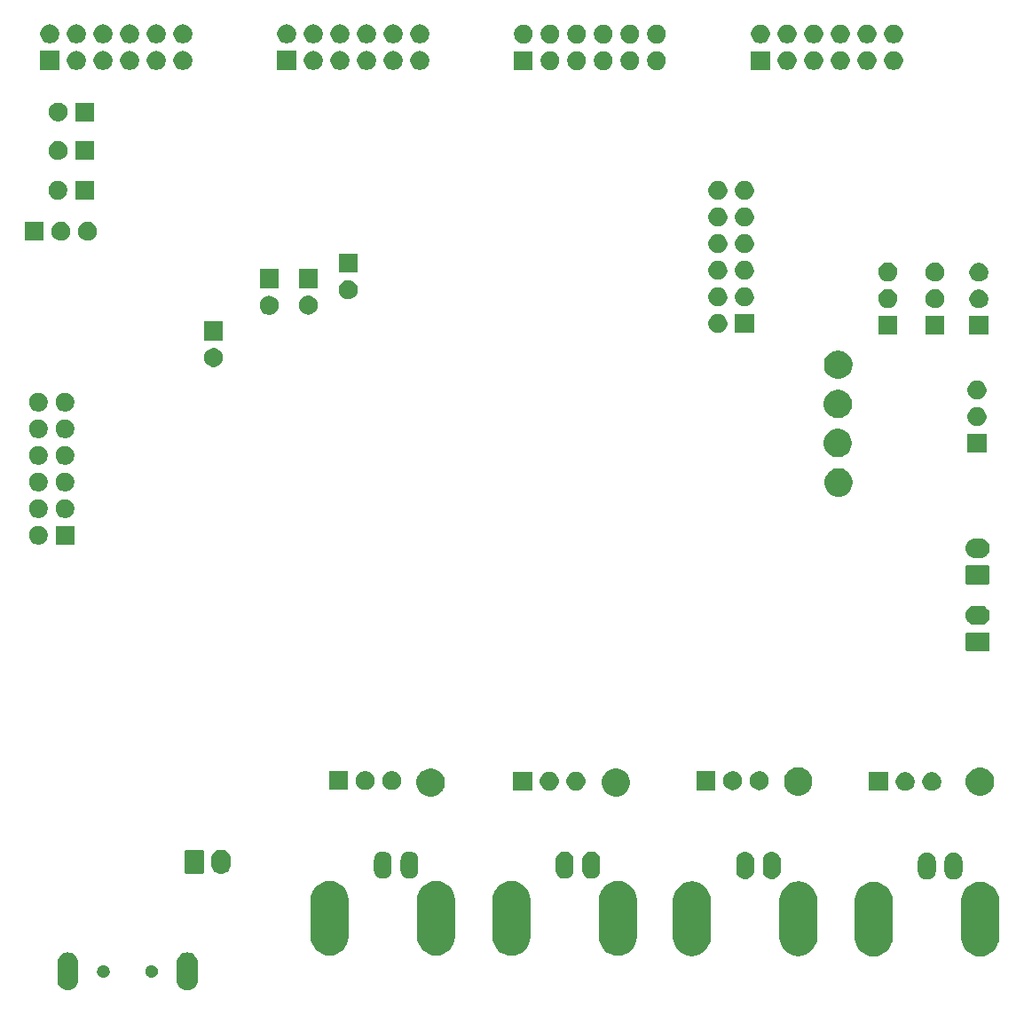
<source format=gbr>
G04 #@! TF.GenerationSoftware,KiCad,Pcbnew,5.1.5+dfsg1-2build2*
G04 #@! TF.CreationDate,2021-12-23T23:12:40-03:00*
G04 #@! TF.ProjectId,board_test,626f6172-645f-4746-9573-742e6b696361,rev?*
G04 #@! TF.SameCoordinates,Original*
G04 #@! TF.FileFunction,Soldermask,Bot*
G04 #@! TF.FilePolarity,Negative*
%FSLAX46Y46*%
G04 Gerber Fmt 4.6, Leading zero omitted, Abs format (unit mm)*
G04 Created by KiCad (PCBNEW 5.1.5+dfsg1-2build2) date 2021-12-23 23:12:40*
%MOMM*%
%LPD*%
G04 APERTURE LIST*
%ADD10C,0.100000*%
G04 APERTURE END LIST*
D10*
G36*
X163026228Y-108783483D02*
G01*
X163214922Y-108840723D01*
X163388815Y-108933671D01*
X163541239Y-109058761D01*
X163666329Y-109211185D01*
X163759277Y-109385078D01*
X163816517Y-109573772D01*
X163831000Y-109720825D01*
X163831000Y-111419175D01*
X163816517Y-111566228D01*
X163759277Y-111754922D01*
X163666329Y-111928815D01*
X163541239Y-112081239D01*
X163388815Y-112206329D01*
X163214921Y-112299277D01*
X163026227Y-112356517D01*
X162830000Y-112375843D01*
X162633772Y-112356517D01*
X162445078Y-112299277D01*
X162271185Y-112206329D01*
X162118761Y-112081239D01*
X161993671Y-111928815D01*
X161900723Y-111754921D01*
X161843483Y-111566227D01*
X161829000Y-111419174D01*
X161829000Y-109720825D01*
X161843483Y-109573769D01*
X161900722Y-109385081D01*
X161993672Y-109211185D01*
X162118762Y-109058761D01*
X162271186Y-108933671D01*
X162445079Y-108840723D01*
X162633773Y-108783483D01*
X162830000Y-108764157D01*
X163026228Y-108783483D01*
G37*
G36*
X174426228Y-108783483D02*
G01*
X174614922Y-108840723D01*
X174788815Y-108933671D01*
X174941239Y-109058761D01*
X175066329Y-109211185D01*
X175159277Y-109385078D01*
X175216517Y-109573772D01*
X175231000Y-109720825D01*
X175231000Y-111419175D01*
X175216517Y-111566228D01*
X175159277Y-111754922D01*
X175066329Y-111928815D01*
X174941239Y-112081239D01*
X174788815Y-112206329D01*
X174614921Y-112299277D01*
X174426227Y-112356517D01*
X174230000Y-112375843D01*
X174033772Y-112356517D01*
X173845078Y-112299277D01*
X173671185Y-112206329D01*
X173518761Y-112081239D01*
X173393671Y-111928815D01*
X173300723Y-111754921D01*
X173243483Y-111566227D01*
X173229000Y-111419174D01*
X173229000Y-109720825D01*
X173243483Y-109573769D01*
X173300722Y-109385081D01*
X173393672Y-109211185D01*
X173518762Y-109058761D01*
X173671186Y-108933671D01*
X173845079Y-108840723D01*
X174033773Y-108783483D01*
X174230000Y-108764157D01*
X174426228Y-108783483D01*
G37*
G36*
X170966601Y-109984397D02*
G01*
X171005305Y-109992096D01*
X171037340Y-110005365D01*
X171114680Y-110037400D01*
X171213115Y-110103173D01*
X171296827Y-110186885D01*
X171362600Y-110285320D01*
X171407904Y-110394696D01*
X171431000Y-110510805D01*
X171431000Y-110629195D01*
X171407904Y-110745304D01*
X171362600Y-110854680D01*
X171296827Y-110953115D01*
X171213115Y-111036827D01*
X171114680Y-111102600D01*
X171037340Y-111134635D01*
X171005305Y-111147904D01*
X170966601Y-111155603D01*
X170889195Y-111171000D01*
X170770805Y-111171000D01*
X170693399Y-111155603D01*
X170654695Y-111147904D01*
X170622660Y-111134635D01*
X170545320Y-111102600D01*
X170446885Y-111036827D01*
X170363173Y-110953115D01*
X170297400Y-110854680D01*
X170252096Y-110745304D01*
X170229000Y-110629195D01*
X170229000Y-110510805D01*
X170252096Y-110394696D01*
X170297400Y-110285320D01*
X170363173Y-110186885D01*
X170446885Y-110103173D01*
X170545320Y-110037400D01*
X170622660Y-110005365D01*
X170654695Y-109992096D01*
X170693399Y-109984397D01*
X170770805Y-109969000D01*
X170889195Y-109969000D01*
X170966601Y-109984397D01*
G37*
G36*
X166366601Y-109984397D02*
G01*
X166405305Y-109992096D01*
X166437340Y-110005365D01*
X166514680Y-110037400D01*
X166613115Y-110103173D01*
X166696827Y-110186885D01*
X166762600Y-110285320D01*
X166807904Y-110394696D01*
X166831000Y-110510805D01*
X166831000Y-110629195D01*
X166807904Y-110745304D01*
X166762600Y-110854680D01*
X166696827Y-110953115D01*
X166613115Y-111036827D01*
X166514680Y-111102600D01*
X166437340Y-111134635D01*
X166405305Y-111147904D01*
X166366601Y-111155603D01*
X166289195Y-111171000D01*
X166170805Y-111171000D01*
X166093399Y-111155603D01*
X166054695Y-111147904D01*
X166022660Y-111134635D01*
X165945320Y-111102600D01*
X165846885Y-111036827D01*
X165763173Y-110953115D01*
X165697400Y-110854680D01*
X165652096Y-110745304D01*
X165629000Y-110629195D01*
X165629000Y-110510805D01*
X165652096Y-110394696D01*
X165697400Y-110285320D01*
X165763173Y-110186885D01*
X165846885Y-110103173D01*
X165945320Y-110037400D01*
X166022660Y-110005365D01*
X166054695Y-109992096D01*
X166093399Y-109984397D01*
X166170805Y-109969000D01*
X166289195Y-109969000D01*
X166366601Y-109984397D01*
G37*
G36*
X250233058Y-102065059D02*
G01*
X250572548Y-102168042D01*
X250572550Y-102168043D01*
X250885422Y-102335277D01*
X251159661Y-102560339D01*
X251384723Y-102834578D01*
X251551957Y-103147450D01*
X251551958Y-103147452D01*
X251654941Y-103486942D01*
X251681000Y-103751525D01*
X251681000Y-107428475D01*
X251654941Y-107693058D01*
X251564091Y-107992550D01*
X251551957Y-108032550D01*
X251384723Y-108345422D01*
X251159661Y-108619661D01*
X250885423Y-108844723D01*
X250572549Y-109011957D01*
X250572547Y-109011958D01*
X250233057Y-109114941D01*
X249880000Y-109149714D01*
X249526942Y-109114941D01*
X249187452Y-109011958D01*
X249187450Y-109011957D01*
X248874578Y-108844723D01*
X248600339Y-108619661D01*
X248375277Y-108345423D01*
X248208043Y-108032549D01*
X248195909Y-107992549D01*
X248105059Y-107693057D01*
X248079000Y-107428474D01*
X248079001Y-103751525D01*
X248105060Y-103486942D01*
X248208043Y-103147452D01*
X248208044Y-103147450D01*
X248375278Y-102834578D01*
X248600340Y-102560339D01*
X248874579Y-102335277D01*
X249187451Y-102168043D01*
X249187453Y-102168042D01*
X249526943Y-102065059D01*
X249880000Y-102030286D01*
X250233058Y-102065059D01*
G37*
G36*
X240073058Y-102065059D02*
G01*
X240412548Y-102168042D01*
X240412550Y-102168043D01*
X240725422Y-102335277D01*
X240999661Y-102560339D01*
X241224723Y-102834578D01*
X241391957Y-103147450D01*
X241391958Y-103147452D01*
X241494941Y-103486942D01*
X241521000Y-103751525D01*
X241521000Y-107428475D01*
X241494941Y-107693058D01*
X241404091Y-107992550D01*
X241391957Y-108032550D01*
X241224723Y-108345422D01*
X240999661Y-108619661D01*
X240725423Y-108844723D01*
X240412549Y-109011957D01*
X240412547Y-109011958D01*
X240073057Y-109114941D01*
X239720000Y-109149714D01*
X239366942Y-109114941D01*
X239027452Y-109011958D01*
X239027450Y-109011957D01*
X238714578Y-108844723D01*
X238440339Y-108619661D01*
X238215277Y-108345423D01*
X238048043Y-108032549D01*
X238035909Y-107992549D01*
X237945059Y-107693057D01*
X237919000Y-107428474D01*
X237919001Y-103751525D01*
X237945060Y-103486942D01*
X238048043Y-103147452D01*
X238048044Y-103147450D01*
X238215278Y-102834578D01*
X238440340Y-102560339D01*
X238714579Y-102335277D01*
X239027451Y-102168043D01*
X239027453Y-102168042D01*
X239366943Y-102065059D01*
X239720000Y-102030286D01*
X240073058Y-102065059D01*
G37*
G36*
X222723058Y-102025059D02*
G01*
X223062548Y-102128042D01*
X223062550Y-102128043D01*
X223375422Y-102295277D01*
X223649661Y-102520339D01*
X223874723Y-102794578D01*
X224041957Y-103107450D01*
X224041958Y-103107452D01*
X224144941Y-103446942D01*
X224148881Y-103486944D01*
X224171000Y-103711524D01*
X224171000Y-107388476D01*
X224167060Y-107428475D01*
X224144941Y-107653058D01*
X224054091Y-107952550D01*
X224041957Y-107992550D01*
X223874723Y-108305422D01*
X223649661Y-108579661D01*
X223375423Y-108804723D01*
X223134177Y-108933671D01*
X223062547Y-108971958D01*
X222723057Y-109074941D01*
X222370000Y-109109714D01*
X222016942Y-109074941D01*
X221677452Y-108971958D01*
X221605822Y-108933671D01*
X221364578Y-108804723D01*
X221090339Y-108579661D01*
X220865277Y-108305423D01*
X220698043Y-107992549D01*
X220685909Y-107952549D01*
X220595059Y-107653057D01*
X220569000Y-107388474D01*
X220569001Y-103711525D01*
X220573926Y-103661525D01*
X220591120Y-103486944D01*
X220595060Y-103446942D01*
X220698043Y-103107452D01*
X220698044Y-103107450D01*
X220865278Y-102794578D01*
X221090340Y-102520339D01*
X221364579Y-102295277D01*
X221677451Y-102128043D01*
X221677453Y-102128042D01*
X222016943Y-102025059D01*
X222370000Y-101990286D01*
X222723058Y-102025059D01*
G37*
G36*
X232883058Y-102025059D02*
G01*
X233222548Y-102128042D01*
X233222550Y-102128043D01*
X233535422Y-102295277D01*
X233809661Y-102520339D01*
X234034723Y-102794578D01*
X234201957Y-103107450D01*
X234201958Y-103107452D01*
X234304941Y-103446942D01*
X234308881Y-103486944D01*
X234331000Y-103711524D01*
X234331000Y-107388476D01*
X234327060Y-107428475D01*
X234304941Y-107653058D01*
X234214091Y-107952550D01*
X234201957Y-107992550D01*
X234034723Y-108305422D01*
X233809661Y-108579661D01*
X233535423Y-108804723D01*
X233294177Y-108933671D01*
X233222547Y-108971958D01*
X232883057Y-109074941D01*
X232530000Y-109109714D01*
X232176942Y-109074941D01*
X231837452Y-108971958D01*
X231765822Y-108933671D01*
X231524578Y-108804723D01*
X231250339Y-108579661D01*
X231025277Y-108305423D01*
X230858043Y-107992549D01*
X230845909Y-107952549D01*
X230755059Y-107653057D01*
X230729000Y-107388474D01*
X230729001Y-103711525D01*
X230733926Y-103661525D01*
X230751120Y-103486944D01*
X230755060Y-103446942D01*
X230858043Y-103107452D01*
X230858044Y-103107450D01*
X231025278Y-102794578D01*
X231250340Y-102520339D01*
X231524579Y-102295277D01*
X231837451Y-102128043D01*
X231837453Y-102128042D01*
X232176943Y-102025059D01*
X232530000Y-101990286D01*
X232883058Y-102025059D01*
G37*
G36*
X205513058Y-101985059D02*
G01*
X205852548Y-102088042D01*
X205852550Y-102088043D01*
X206165422Y-102255277D01*
X206439661Y-102480339D01*
X206664723Y-102754578D01*
X206707483Y-102834577D01*
X206831958Y-103067452D01*
X206934941Y-103406942D01*
X206938881Y-103446944D01*
X206961000Y-103671524D01*
X206961000Y-107348476D01*
X206957060Y-107388475D01*
X206934941Y-107613058D01*
X206831958Y-107952547D01*
X206831957Y-107952550D01*
X206664723Y-108265422D01*
X206439661Y-108539661D01*
X206165423Y-108764723D01*
X205871256Y-108921958D01*
X205852547Y-108931958D01*
X205513057Y-109034941D01*
X205160000Y-109069714D01*
X204806942Y-109034941D01*
X204467452Y-108931958D01*
X204448743Y-108921958D01*
X204154578Y-108764723D01*
X203880339Y-108539661D01*
X203655277Y-108265423D01*
X203488043Y-107952549D01*
X203488042Y-107952547D01*
X203385059Y-107613057D01*
X203359000Y-107348474D01*
X203359001Y-103671525D01*
X203385060Y-103406942D01*
X203488043Y-103067452D01*
X203612518Y-102834577D01*
X203655278Y-102754578D01*
X203880340Y-102480339D01*
X204154579Y-102255277D01*
X204467451Y-102088043D01*
X204467453Y-102088042D01*
X204806943Y-101985059D01*
X205160000Y-101950286D01*
X205513058Y-101985059D01*
G37*
G36*
X215673058Y-101985059D02*
G01*
X216012548Y-102088042D01*
X216012550Y-102088043D01*
X216325422Y-102255277D01*
X216599661Y-102480339D01*
X216824723Y-102754578D01*
X216867483Y-102834577D01*
X216991958Y-103067452D01*
X217094941Y-103406942D01*
X217098881Y-103446944D01*
X217121000Y-103671524D01*
X217121000Y-107348476D01*
X217117060Y-107388475D01*
X217094941Y-107613058D01*
X216991958Y-107952547D01*
X216991957Y-107952550D01*
X216824723Y-108265422D01*
X216599661Y-108539661D01*
X216325423Y-108764723D01*
X216031256Y-108921958D01*
X216012547Y-108931958D01*
X215673057Y-109034941D01*
X215320000Y-109069714D01*
X214966942Y-109034941D01*
X214627452Y-108931958D01*
X214608743Y-108921958D01*
X214314578Y-108764723D01*
X214040339Y-108539661D01*
X213815277Y-108265423D01*
X213648043Y-107952549D01*
X213648042Y-107952547D01*
X213545059Y-107613057D01*
X213519000Y-107348474D01*
X213519001Y-103671525D01*
X213545060Y-103406942D01*
X213648043Y-103067452D01*
X213772518Y-102834577D01*
X213815278Y-102754578D01*
X214040340Y-102480339D01*
X214314579Y-102255277D01*
X214627451Y-102088043D01*
X214627453Y-102088042D01*
X214966943Y-101985059D01*
X215320000Y-101950286D01*
X215673058Y-101985059D01*
G37*
G36*
X188163058Y-101975059D02*
G01*
X188502548Y-102078042D01*
X188502550Y-102078043D01*
X188815422Y-102245277D01*
X189089661Y-102470339D01*
X189314723Y-102744578D01*
X189362829Y-102834578D01*
X189481958Y-103057452D01*
X189584941Y-103396942D01*
X189589866Y-103446944D01*
X189611000Y-103661524D01*
X189611000Y-107338476D01*
X189606075Y-107388476D01*
X189584941Y-107603058D01*
X189481958Y-107942547D01*
X189481957Y-107942550D01*
X189314723Y-108255422D01*
X189089661Y-108529661D01*
X188815423Y-108754723D01*
X188502549Y-108921957D01*
X188502547Y-108921958D01*
X188163057Y-109024941D01*
X187810000Y-109059714D01*
X187456942Y-109024941D01*
X187117452Y-108921958D01*
X186972954Y-108844722D01*
X186804578Y-108754723D01*
X186530339Y-108529661D01*
X186305277Y-108255423D01*
X186138043Y-107942549D01*
X186138042Y-107942547D01*
X186035059Y-107603057D01*
X186013925Y-107388475D01*
X186009000Y-107338475D01*
X186009001Y-103661524D01*
X186030135Y-103446944D01*
X186035060Y-103396942D01*
X186138043Y-103057452D01*
X186257172Y-102834578D01*
X186305278Y-102744578D01*
X186530340Y-102470339D01*
X186804579Y-102245277D01*
X187117451Y-102078043D01*
X187117453Y-102078042D01*
X187456943Y-101975059D01*
X187810000Y-101940286D01*
X188163058Y-101975059D01*
G37*
G36*
X198323058Y-101975059D02*
G01*
X198662548Y-102078042D01*
X198662550Y-102078043D01*
X198975422Y-102245277D01*
X199249661Y-102470339D01*
X199474723Y-102744578D01*
X199522829Y-102834578D01*
X199641958Y-103057452D01*
X199744941Y-103396942D01*
X199749866Y-103446944D01*
X199771000Y-103661524D01*
X199771000Y-107338476D01*
X199766075Y-107388476D01*
X199744941Y-107603058D01*
X199641958Y-107942547D01*
X199641957Y-107942550D01*
X199474723Y-108255422D01*
X199249661Y-108529661D01*
X198975423Y-108754723D01*
X198662549Y-108921957D01*
X198662547Y-108921958D01*
X198323057Y-109024941D01*
X197970000Y-109059714D01*
X197616942Y-109024941D01*
X197277452Y-108921958D01*
X197132954Y-108844722D01*
X196964578Y-108754723D01*
X196690339Y-108529661D01*
X196465277Y-108255423D01*
X196298043Y-107942549D01*
X196298042Y-107942547D01*
X196195059Y-107603057D01*
X196173925Y-107388475D01*
X196169000Y-107338475D01*
X196169001Y-103661524D01*
X196190135Y-103446944D01*
X196195060Y-103396942D01*
X196298043Y-103057452D01*
X196417172Y-102834578D01*
X196465278Y-102744578D01*
X196690340Y-102470339D01*
X196964579Y-102245277D01*
X197277451Y-102078043D01*
X197277453Y-102078042D01*
X197616943Y-101975059D01*
X197970000Y-101940286D01*
X198323058Y-101975059D01*
G37*
G36*
X247506823Y-99221313D02*
G01*
X247631043Y-99258995D01*
X247664012Y-99268996D01*
X247667242Y-99269976D01*
X247740241Y-99308995D01*
X247815078Y-99348996D01*
X247944659Y-99455341D01*
X248051004Y-99584922D01*
X248051005Y-99584924D01*
X248130024Y-99732758D01*
X248178687Y-99893177D01*
X248191000Y-100018197D01*
X248191000Y-101001804D01*
X248178687Y-101126823D01*
X248157326Y-101197239D01*
X248137985Y-101261000D01*
X248130024Y-101287242D01*
X248099110Y-101345078D01*
X248051004Y-101435078D01*
X247977486Y-101524659D01*
X247944659Y-101564659D01*
X247815077Y-101671005D01*
X247667241Y-101750024D01*
X247506822Y-101798687D01*
X247340000Y-101815117D01*
X247173177Y-101798687D01*
X247012758Y-101750024D01*
X246864924Y-101671005D01*
X246864922Y-101671004D01*
X246735341Y-101564659D01*
X246702514Y-101524659D01*
X246628995Y-101435077D01*
X246549976Y-101287241D01*
X246501313Y-101126822D01*
X246489000Y-101001803D01*
X246489000Y-100018197D01*
X246501314Y-99893177D01*
X246549977Y-99732758D01*
X246628996Y-99584924D01*
X246628997Y-99584922D01*
X246735342Y-99455341D01*
X246864923Y-99348996D01*
X246939760Y-99308995D01*
X247012759Y-99269976D01*
X247015990Y-99268996D01*
X247048958Y-99258995D01*
X247173178Y-99221313D01*
X247340000Y-99204883D01*
X247506823Y-99221313D01*
G37*
G36*
X244966823Y-99221313D02*
G01*
X245091043Y-99258995D01*
X245124012Y-99268996D01*
X245127242Y-99269976D01*
X245200241Y-99308995D01*
X245275078Y-99348996D01*
X245404659Y-99455341D01*
X245511004Y-99584922D01*
X245511005Y-99584924D01*
X245590024Y-99732758D01*
X245638687Y-99893177D01*
X245651000Y-100018197D01*
X245651000Y-101001804D01*
X245638687Y-101126823D01*
X245617326Y-101197239D01*
X245597985Y-101261000D01*
X245590024Y-101287242D01*
X245559110Y-101345078D01*
X245511004Y-101435078D01*
X245437486Y-101524659D01*
X245404659Y-101564659D01*
X245275077Y-101671005D01*
X245127241Y-101750024D01*
X244966822Y-101798687D01*
X244800000Y-101815117D01*
X244633177Y-101798687D01*
X244472758Y-101750024D01*
X244324924Y-101671005D01*
X244324922Y-101671004D01*
X244195341Y-101564659D01*
X244162514Y-101524659D01*
X244088995Y-101435077D01*
X244009976Y-101287241D01*
X243961313Y-101126822D01*
X243949000Y-101001803D01*
X243949000Y-100018197D01*
X243961314Y-99893177D01*
X244009977Y-99732758D01*
X244088996Y-99584924D01*
X244088997Y-99584922D01*
X244195342Y-99455341D01*
X244324923Y-99348996D01*
X244399760Y-99308995D01*
X244472759Y-99269976D01*
X244475990Y-99268996D01*
X244508958Y-99258995D01*
X244633178Y-99221313D01*
X244800000Y-99204883D01*
X244966823Y-99221313D01*
G37*
G36*
X227616823Y-99181313D02*
G01*
X227777242Y-99229976D01*
X227909906Y-99300886D01*
X227925078Y-99308996D01*
X228054659Y-99415341D01*
X228161004Y-99544922D01*
X228161005Y-99544924D01*
X228240024Y-99692758D01*
X228288687Y-99853177D01*
X228301000Y-99978197D01*
X228301000Y-100961804D01*
X228288687Y-101086823D01*
X228240024Y-101247242D01*
X228182385Y-101355076D01*
X228161004Y-101395078D01*
X228095693Y-101474659D01*
X228054659Y-101524659D01*
X227925077Y-101631005D01*
X227777241Y-101710024D01*
X227616822Y-101758687D01*
X227450000Y-101775117D01*
X227283177Y-101758687D01*
X227122758Y-101710024D01*
X226974924Y-101631005D01*
X226974922Y-101631004D01*
X226845341Y-101524659D01*
X226804307Y-101474659D01*
X226738995Y-101395077D01*
X226659976Y-101247241D01*
X226658039Y-101240854D01*
X226644132Y-101195010D01*
X226611313Y-101086822D01*
X226599000Y-100961803D01*
X226599000Y-99978197D01*
X226611314Y-99853177D01*
X226659977Y-99692758D01*
X226738996Y-99544924D01*
X226738997Y-99544922D01*
X226845342Y-99415341D01*
X226974923Y-99308996D01*
X226990095Y-99300886D01*
X227122759Y-99229976D01*
X227283178Y-99181313D01*
X227450000Y-99164883D01*
X227616823Y-99181313D01*
G37*
G36*
X230156823Y-99181313D02*
G01*
X230317242Y-99229976D01*
X230449906Y-99300886D01*
X230465078Y-99308996D01*
X230594659Y-99415341D01*
X230701004Y-99544922D01*
X230701005Y-99544924D01*
X230780024Y-99692758D01*
X230828687Y-99853177D01*
X230841000Y-99978197D01*
X230841000Y-100961804D01*
X230828687Y-101086823D01*
X230780024Y-101247242D01*
X230722385Y-101355076D01*
X230701004Y-101395078D01*
X230635693Y-101474659D01*
X230594659Y-101524659D01*
X230465077Y-101631005D01*
X230317241Y-101710024D01*
X230156822Y-101758687D01*
X229990000Y-101775117D01*
X229823177Y-101758687D01*
X229662758Y-101710024D01*
X229514924Y-101631005D01*
X229514922Y-101631004D01*
X229385341Y-101524659D01*
X229344307Y-101474659D01*
X229278995Y-101395077D01*
X229199976Y-101247241D01*
X229198039Y-101240854D01*
X229184132Y-101195010D01*
X229151313Y-101086822D01*
X229139000Y-100961803D01*
X229139000Y-99978197D01*
X229151314Y-99853177D01*
X229199977Y-99692758D01*
X229278996Y-99544924D01*
X229278997Y-99544922D01*
X229385342Y-99415341D01*
X229514923Y-99308996D01*
X229530095Y-99300886D01*
X229662759Y-99229976D01*
X229823178Y-99181313D01*
X229990000Y-99164883D01*
X230156823Y-99181313D01*
G37*
G36*
X210406823Y-99141313D02*
G01*
X210567242Y-99189976D01*
X210696367Y-99258995D01*
X210715078Y-99268996D01*
X210844659Y-99375341D01*
X210951004Y-99504922D01*
X210951005Y-99504924D01*
X211030024Y-99652758D01*
X211078687Y-99813177D01*
X211091000Y-99938197D01*
X211091000Y-100921804D01*
X211078687Y-101046823D01*
X211066552Y-101086825D01*
X211033058Y-101197242D01*
X211030024Y-101207242D01*
X210987263Y-101287242D01*
X210951004Y-101355078D01*
X210885351Y-101435076D01*
X210844659Y-101484659D01*
X210715077Y-101591005D01*
X210567241Y-101670024D01*
X210567238Y-101670025D01*
X210564007Y-101671005D01*
X210406822Y-101718687D01*
X210240000Y-101735117D01*
X210073177Y-101718687D01*
X209915992Y-101671005D01*
X209912761Y-101670025D01*
X209912758Y-101670024D01*
X209764924Y-101591005D01*
X209764922Y-101591004D01*
X209635341Y-101484659D01*
X209594649Y-101435076D01*
X209528995Y-101355077D01*
X209449976Y-101207241D01*
X209446943Y-101197241D01*
X209425581Y-101126822D01*
X209401313Y-101046822D01*
X209389000Y-100921803D01*
X209389000Y-99938197D01*
X209401314Y-99813177D01*
X209449977Y-99652758D01*
X209528996Y-99504924D01*
X209528997Y-99504922D01*
X209635342Y-99375341D01*
X209764923Y-99268996D01*
X209783634Y-99258995D01*
X209912759Y-99189976D01*
X210073178Y-99141313D01*
X210240000Y-99124883D01*
X210406823Y-99141313D01*
G37*
G36*
X212946823Y-99141313D02*
G01*
X213107242Y-99189976D01*
X213236367Y-99258995D01*
X213255078Y-99268996D01*
X213384659Y-99375341D01*
X213491004Y-99504922D01*
X213491005Y-99504924D01*
X213570024Y-99652758D01*
X213618687Y-99813177D01*
X213631000Y-99938197D01*
X213631000Y-100921804D01*
X213618687Y-101046823D01*
X213606552Y-101086825D01*
X213573058Y-101197242D01*
X213570024Y-101207242D01*
X213527263Y-101287242D01*
X213491004Y-101355078D01*
X213425351Y-101435076D01*
X213384659Y-101484659D01*
X213255077Y-101591005D01*
X213107241Y-101670024D01*
X213107238Y-101670025D01*
X213104007Y-101671005D01*
X212946822Y-101718687D01*
X212780000Y-101735117D01*
X212613177Y-101718687D01*
X212455992Y-101671005D01*
X212452761Y-101670025D01*
X212452758Y-101670024D01*
X212304924Y-101591005D01*
X212304922Y-101591004D01*
X212175341Y-101484659D01*
X212134649Y-101435076D01*
X212068995Y-101355077D01*
X211989976Y-101207241D01*
X211986943Y-101197241D01*
X211965581Y-101126822D01*
X211941313Y-101046822D01*
X211929000Y-100921803D01*
X211929000Y-99938197D01*
X211941314Y-99813177D01*
X211989977Y-99652758D01*
X212068996Y-99504924D01*
X212068997Y-99504922D01*
X212175342Y-99375341D01*
X212304923Y-99268996D01*
X212323634Y-99258995D01*
X212452759Y-99189976D01*
X212613178Y-99141313D01*
X212780000Y-99124883D01*
X212946823Y-99141313D01*
G37*
G36*
X195596823Y-99131313D02*
G01*
X195757242Y-99179976D01*
X195850783Y-99229975D01*
X195905078Y-99258996D01*
X196034659Y-99365341D01*
X196141004Y-99494922D01*
X196141005Y-99494924D01*
X196220024Y-99642758D01*
X196220025Y-99642761D01*
X196223058Y-99652761D01*
X196268687Y-99803177D01*
X196281000Y-99928197D01*
X196281000Y-100911804D01*
X196268687Y-101036823D01*
X196220024Y-101197242D01*
X196171918Y-101287241D01*
X196141004Y-101345078D01*
X196067144Y-101435076D01*
X196034659Y-101474659D01*
X195905077Y-101581005D01*
X195757241Y-101660024D01*
X195596822Y-101708687D01*
X195430000Y-101725117D01*
X195263177Y-101708687D01*
X195102758Y-101660024D01*
X194954924Y-101581005D01*
X194954922Y-101581004D01*
X194825341Y-101474659D01*
X194718995Y-101345077D01*
X194639976Y-101197241D01*
X194591313Y-101036822D01*
X194579000Y-100911803D01*
X194579000Y-99928197D01*
X194591314Y-99803177D01*
X194636943Y-99652761D01*
X194639976Y-99642761D01*
X194639977Y-99642758D01*
X194718996Y-99494924D01*
X194718997Y-99494922D01*
X194825342Y-99365341D01*
X194954923Y-99258996D01*
X195009218Y-99229975D01*
X195102759Y-99179976D01*
X195263178Y-99131313D01*
X195430000Y-99114883D01*
X195596823Y-99131313D01*
G37*
G36*
X193056823Y-99131313D02*
G01*
X193217242Y-99179976D01*
X193310783Y-99229975D01*
X193365078Y-99258996D01*
X193494659Y-99365341D01*
X193601004Y-99494922D01*
X193601005Y-99494924D01*
X193680024Y-99642758D01*
X193680025Y-99642761D01*
X193683058Y-99652761D01*
X193728687Y-99803177D01*
X193741000Y-99928197D01*
X193741000Y-100911804D01*
X193728687Y-101036823D01*
X193680024Y-101197242D01*
X193631918Y-101287241D01*
X193601004Y-101345078D01*
X193527144Y-101435076D01*
X193494659Y-101474659D01*
X193365077Y-101581005D01*
X193217241Y-101660024D01*
X193056822Y-101708687D01*
X192890000Y-101725117D01*
X192723177Y-101708687D01*
X192562758Y-101660024D01*
X192414924Y-101581005D01*
X192414922Y-101581004D01*
X192285341Y-101474659D01*
X192178995Y-101345077D01*
X192099976Y-101197241D01*
X192051313Y-101036822D01*
X192039000Y-100911803D01*
X192039000Y-99928197D01*
X192051314Y-99803177D01*
X192096943Y-99652761D01*
X192099976Y-99642761D01*
X192099977Y-99642758D01*
X192178996Y-99494924D01*
X192178997Y-99494922D01*
X192285342Y-99365341D01*
X192414923Y-99258996D01*
X192469218Y-99229975D01*
X192562759Y-99179976D01*
X192723178Y-99131313D01*
X192890000Y-99114883D01*
X193056823Y-99131313D01*
G37*
G36*
X177630547Y-98972326D02*
G01*
X177804156Y-99024990D01*
X177804158Y-99024991D01*
X177964155Y-99110511D01*
X178104397Y-99225603D01*
X178172834Y-99308995D01*
X178219489Y-99365844D01*
X178305010Y-99525843D01*
X178357674Y-99699452D01*
X178371000Y-99834756D01*
X178371000Y-100385243D01*
X178357674Y-100520548D01*
X178305010Y-100694157D01*
X178219489Y-100854156D01*
X178183729Y-100897729D01*
X178104397Y-100994397D01*
X178007729Y-101073729D01*
X177964156Y-101109489D01*
X177804157Y-101195010D01*
X177630548Y-101247674D01*
X177450000Y-101265456D01*
X177269453Y-101247674D01*
X177095844Y-101195010D01*
X176935845Y-101109489D01*
X176892272Y-101073729D01*
X176795604Y-100994397D01*
X176680513Y-100854157D01*
X176680512Y-100854155D01*
X176594990Y-100694157D01*
X176542326Y-100520548D01*
X176529000Y-100385244D01*
X176529000Y-99834757D01*
X176542326Y-99699453D01*
X176594990Y-99525844D01*
X176632675Y-99455341D01*
X176680511Y-99365845D01*
X176795603Y-99225603D01*
X176921388Y-99122375D01*
X176935844Y-99110511D01*
X177095843Y-99024990D01*
X177269452Y-98972326D01*
X177450000Y-98954544D01*
X177630547Y-98972326D01*
G37*
G36*
X175689561Y-98962966D02*
G01*
X175722383Y-98972923D01*
X175752632Y-98989092D01*
X175779148Y-99010852D01*
X175800908Y-99037368D01*
X175817077Y-99067617D01*
X175827034Y-99100439D01*
X175831000Y-99140713D01*
X175831000Y-101079287D01*
X175827034Y-101119561D01*
X175817077Y-101152383D01*
X175800908Y-101182632D01*
X175779148Y-101209148D01*
X175752632Y-101230908D01*
X175722383Y-101247077D01*
X175689561Y-101257034D01*
X175649287Y-101261000D01*
X174170713Y-101261000D01*
X174130439Y-101257034D01*
X174097617Y-101247077D01*
X174067368Y-101230908D01*
X174040852Y-101209148D01*
X174019092Y-101182632D01*
X174002923Y-101152383D01*
X173992966Y-101119561D01*
X173989000Y-101079287D01*
X173989000Y-99140713D01*
X173992966Y-99100439D01*
X174002923Y-99067617D01*
X174019092Y-99037368D01*
X174040852Y-99010852D01*
X174067368Y-98989092D01*
X174097617Y-98972923D01*
X174130439Y-98962966D01*
X174170713Y-98959000D01*
X175649287Y-98959000D01*
X175689561Y-98962966D01*
G37*
G36*
X197844072Y-91240918D02*
G01*
X198089939Y-91342759D01*
X198191483Y-91410609D01*
X198311211Y-91490609D01*
X198499391Y-91678789D01*
X198647242Y-91900063D01*
X198749082Y-92145928D01*
X198801000Y-92406937D01*
X198801000Y-92673063D01*
X198749082Y-92934072D01*
X198651998Y-93168456D01*
X198647241Y-93179939D01*
X198576122Y-93286375D01*
X198499391Y-93401211D01*
X198311211Y-93589391D01*
X198239597Y-93637242D01*
X198089939Y-93737241D01*
X198089938Y-93737242D01*
X198089937Y-93737242D01*
X197844072Y-93839082D01*
X197583063Y-93891000D01*
X197316937Y-93891000D01*
X197055928Y-93839082D01*
X196810063Y-93737242D01*
X196810062Y-93737242D01*
X196810061Y-93737241D01*
X196660403Y-93637242D01*
X196588789Y-93589391D01*
X196400609Y-93401211D01*
X196323878Y-93286375D01*
X196252759Y-93179939D01*
X196248003Y-93168456D01*
X196150918Y-92934072D01*
X196099000Y-92673063D01*
X196099000Y-92406937D01*
X196150918Y-92145928D01*
X196252758Y-91900063D01*
X196400609Y-91678789D01*
X196588789Y-91490609D01*
X196708517Y-91410609D01*
X196810061Y-91342759D01*
X197055928Y-91240918D01*
X197316937Y-91189000D01*
X197583063Y-91189000D01*
X197844072Y-91240918D01*
G37*
G36*
X215524072Y-91240918D02*
G01*
X215769939Y-91342759D01*
X215871483Y-91410609D01*
X215991211Y-91490609D01*
X216179391Y-91678789D01*
X216327242Y-91900063D01*
X216429082Y-92145928D01*
X216481000Y-92406937D01*
X216481000Y-92673063D01*
X216429082Y-92934072D01*
X216331998Y-93168456D01*
X216327241Y-93179939D01*
X216256122Y-93286375D01*
X216179391Y-93401211D01*
X215991211Y-93589391D01*
X215919597Y-93637242D01*
X215769939Y-93737241D01*
X215769938Y-93737242D01*
X215769937Y-93737242D01*
X215524072Y-93839082D01*
X215263063Y-93891000D01*
X214996937Y-93891000D01*
X214735928Y-93839082D01*
X214490063Y-93737242D01*
X214490062Y-93737242D01*
X214490061Y-93737241D01*
X214340403Y-93637242D01*
X214268789Y-93589391D01*
X214080609Y-93401211D01*
X214003878Y-93286375D01*
X213932759Y-93179939D01*
X213928003Y-93168456D01*
X213830918Y-92934072D01*
X213779000Y-92673063D01*
X213779000Y-92406937D01*
X213830918Y-92145928D01*
X213932758Y-91900063D01*
X214080609Y-91678789D01*
X214268789Y-91490609D01*
X214388517Y-91410609D01*
X214490061Y-91342759D01*
X214735928Y-91240918D01*
X214996937Y-91189000D01*
X215263063Y-91189000D01*
X215524072Y-91240918D01*
G37*
G36*
X250163525Y-91140918D02*
G01*
X250264072Y-91160918D01*
X250509939Y-91262759D01*
X250731212Y-91410610D01*
X250919390Y-91598788D01*
X251053879Y-91800063D01*
X251067242Y-91820063D01*
X251169082Y-92065928D01*
X251221000Y-92326937D01*
X251221000Y-92593063D01*
X251169082Y-92854072D01*
X251067242Y-93099937D01*
X250922622Y-93316376D01*
X250919390Y-93321212D01*
X250731212Y-93509390D01*
X250509939Y-93657241D01*
X250509938Y-93657242D01*
X250509937Y-93657242D01*
X250264072Y-93759082D01*
X250003063Y-93811000D01*
X249736937Y-93811000D01*
X249475928Y-93759082D01*
X249230063Y-93657242D01*
X249230062Y-93657242D01*
X249230061Y-93657241D01*
X249008788Y-93509390D01*
X248820610Y-93321212D01*
X248817379Y-93316376D01*
X248672758Y-93099937D01*
X248570918Y-92854072D01*
X248519000Y-92593063D01*
X248519000Y-92326937D01*
X248570918Y-92065928D01*
X248672758Y-91820063D01*
X248686122Y-91800063D01*
X248820610Y-91598788D01*
X249008788Y-91410610D01*
X249230061Y-91262759D01*
X249475928Y-91160918D01*
X249576475Y-91140918D01*
X249736937Y-91109000D01*
X250003063Y-91109000D01*
X250163525Y-91140918D01*
G37*
G36*
X232914072Y-91140918D02*
G01*
X233155495Y-91240918D01*
X233159939Y-91242759D01*
X233189869Y-91262758D01*
X233381211Y-91390609D01*
X233569391Y-91578789D01*
X233630435Y-91670147D01*
X233714292Y-91795647D01*
X233717242Y-91800063D01*
X233819082Y-92045928D01*
X233871000Y-92306937D01*
X233871000Y-92573063D01*
X233819082Y-92834072D01*
X233740266Y-93024353D01*
X233717241Y-93079939D01*
X233569390Y-93301212D01*
X233381212Y-93489390D01*
X233159939Y-93637241D01*
X233159938Y-93637242D01*
X233159937Y-93637242D01*
X232914072Y-93739082D01*
X232653063Y-93791000D01*
X232386937Y-93791000D01*
X232125928Y-93739082D01*
X231880063Y-93637242D01*
X231880062Y-93637242D01*
X231880061Y-93637241D01*
X231658788Y-93489390D01*
X231470610Y-93301212D01*
X231322759Y-93079939D01*
X231299735Y-93024353D01*
X231220918Y-92834072D01*
X231169000Y-92573063D01*
X231169000Y-92306937D01*
X231220918Y-92045928D01*
X231322758Y-91800063D01*
X231325709Y-91795647D01*
X231409565Y-91670147D01*
X231470609Y-91578789D01*
X231658789Y-91390609D01*
X231850131Y-91262758D01*
X231880061Y-91242759D01*
X231884506Y-91240918D01*
X232125928Y-91140918D01*
X232386937Y-91089000D01*
X232653063Y-91089000D01*
X232914072Y-91140918D01*
G37*
G36*
X242841988Y-91553624D02*
G01*
X242992812Y-91583624D01*
X243156784Y-91651544D01*
X243304354Y-91750147D01*
X243429853Y-91875646D01*
X243528456Y-92023216D01*
X243596376Y-92187188D01*
X243631000Y-92361259D01*
X243631000Y-92538741D01*
X243596376Y-92712812D01*
X243528456Y-92876784D01*
X243429853Y-93024354D01*
X243304354Y-93149853D01*
X243156784Y-93248456D01*
X242992812Y-93316376D01*
X242843512Y-93346073D01*
X242818742Y-93351000D01*
X242641258Y-93351000D01*
X242616488Y-93346073D01*
X242467188Y-93316376D01*
X242303216Y-93248456D01*
X242155646Y-93149853D01*
X242030147Y-93024354D01*
X241931544Y-92876784D01*
X241863624Y-92712812D01*
X241829000Y-92538741D01*
X241829000Y-92361259D01*
X241863624Y-92187188D01*
X241931544Y-92023216D01*
X242030147Y-91875646D01*
X242155646Y-91750147D01*
X242303216Y-91651544D01*
X242467188Y-91583624D01*
X242618012Y-91553624D01*
X242641258Y-91549000D01*
X242818742Y-91549000D01*
X242841988Y-91553624D01*
G37*
G36*
X245381988Y-91553624D02*
G01*
X245532812Y-91583624D01*
X245696784Y-91651544D01*
X245844354Y-91750147D01*
X245969853Y-91875646D01*
X246068456Y-92023216D01*
X246136376Y-92187188D01*
X246171000Y-92361259D01*
X246171000Y-92538741D01*
X246136376Y-92712812D01*
X246068456Y-92876784D01*
X245969853Y-93024354D01*
X245844354Y-93149853D01*
X245696784Y-93248456D01*
X245532812Y-93316376D01*
X245383512Y-93346073D01*
X245358742Y-93351000D01*
X245181258Y-93351000D01*
X245156488Y-93346073D01*
X245007188Y-93316376D01*
X244843216Y-93248456D01*
X244695646Y-93149853D01*
X244570147Y-93024354D01*
X244471544Y-92876784D01*
X244403624Y-92712812D01*
X244369000Y-92538741D01*
X244369000Y-92361259D01*
X244403624Y-92187188D01*
X244471544Y-92023216D01*
X244570147Y-91875646D01*
X244695646Y-91750147D01*
X244843216Y-91651544D01*
X245007188Y-91583624D01*
X245158012Y-91553624D01*
X245181258Y-91549000D01*
X245358742Y-91549000D01*
X245381988Y-91553624D01*
G37*
G36*
X241091000Y-93351000D02*
G01*
X239289000Y-93351000D01*
X239289000Y-91549000D01*
X241091000Y-91549000D01*
X241091000Y-93351000D01*
G37*
G36*
X208883512Y-91523927D02*
G01*
X209032812Y-91553624D01*
X209196784Y-91621544D01*
X209344354Y-91720147D01*
X209469853Y-91845646D01*
X209568456Y-91993216D01*
X209636376Y-92157188D01*
X209671000Y-92331259D01*
X209671000Y-92508741D01*
X209636376Y-92682812D01*
X209568456Y-92846784D01*
X209469853Y-92994354D01*
X209344354Y-93119853D01*
X209196784Y-93218456D01*
X209032812Y-93286376D01*
X208883512Y-93316073D01*
X208858742Y-93321000D01*
X208681258Y-93321000D01*
X208656488Y-93316073D01*
X208507188Y-93286376D01*
X208343216Y-93218456D01*
X208195646Y-93119853D01*
X208070147Y-92994354D01*
X207971544Y-92846784D01*
X207903624Y-92682812D01*
X207869000Y-92508741D01*
X207869000Y-92331259D01*
X207903624Y-92157188D01*
X207971544Y-91993216D01*
X208070147Y-91845646D01*
X208195646Y-91720147D01*
X208343216Y-91621544D01*
X208507188Y-91553624D01*
X208656488Y-91523927D01*
X208681258Y-91519000D01*
X208858742Y-91519000D01*
X208883512Y-91523927D01*
G37*
G36*
X211423512Y-91523927D02*
G01*
X211572812Y-91553624D01*
X211736784Y-91621544D01*
X211884354Y-91720147D01*
X212009853Y-91845646D01*
X212108456Y-91993216D01*
X212176376Y-92157188D01*
X212211000Y-92331259D01*
X212211000Y-92508741D01*
X212176376Y-92682812D01*
X212108456Y-92846784D01*
X212009853Y-92994354D01*
X211884354Y-93119853D01*
X211736784Y-93218456D01*
X211572812Y-93286376D01*
X211423512Y-93316073D01*
X211398742Y-93321000D01*
X211221258Y-93321000D01*
X211196488Y-93316073D01*
X211047188Y-93286376D01*
X210883216Y-93218456D01*
X210735646Y-93119853D01*
X210610147Y-92994354D01*
X210511544Y-92846784D01*
X210443624Y-92682812D01*
X210409000Y-92508741D01*
X210409000Y-92331259D01*
X210443624Y-92157188D01*
X210511544Y-91993216D01*
X210610147Y-91845646D01*
X210735646Y-91720147D01*
X210883216Y-91621544D01*
X211047188Y-91553624D01*
X211196488Y-91523927D01*
X211221258Y-91519000D01*
X211398742Y-91519000D01*
X211423512Y-91523927D01*
G37*
G36*
X207131000Y-93321000D02*
G01*
X205329000Y-93321000D01*
X205329000Y-91519000D01*
X207131000Y-91519000D01*
X207131000Y-93321000D01*
G37*
G36*
X228923512Y-91473927D02*
G01*
X229072812Y-91503624D01*
X229236784Y-91571544D01*
X229384354Y-91670147D01*
X229509853Y-91795646D01*
X229608456Y-91943216D01*
X229676376Y-92107188D01*
X229711000Y-92281259D01*
X229711000Y-92458741D01*
X229676376Y-92632812D01*
X229608456Y-92796784D01*
X229509853Y-92944354D01*
X229384354Y-93069853D01*
X229236784Y-93168456D01*
X229072812Y-93236376D01*
X228923512Y-93266073D01*
X228898742Y-93271000D01*
X228721258Y-93271000D01*
X228696488Y-93266073D01*
X228547188Y-93236376D01*
X228383216Y-93168456D01*
X228235646Y-93069853D01*
X228110147Y-92944354D01*
X228011544Y-92796784D01*
X227943624Y-92632812D01*
X227909000Y-92458741D01*
X227909000Y-92281259D01*
X227943624Y-92107188D01*
X228011544Y-91943216D01*
X228110147Y-91795646D01*
X228235646Y-91670147D01*
X228383216Y-91571544D01*
X228547188Y-91503624D01*
X228696488Y-91473927D01*
X228721258Y-91469000D01*
X228898742Y-91469000D01*
X228923512Y-91473927D01*
G37*
G36*
X224631000Y-93271000D02*
G01*
X222829000Y-93271000D01*
X222829000Y-91469000D01*
X224631000Y-91469000D01*
X224631000Y-93271000D01*
G37*
G36*
X226383512Y-91473927D02*
G01*
X226532812Y-91503624D01*
X226696784Y-91571544D01*
X226844354Y-91670147D01*
X226969853Y-91795646D01*
X227068456Y-91943216D01*
X227136376Y-92107188D01*
X227171000Y-92281259D01*
X227171000Y-92458741D01*
X227136376Y-92632812D01*
X227068456Y-92796784D01*
X226969853Y-92944354D01*
X226844354Y-93069853D01*
X226696784Y-93168456D01*
X226532812Y-93236376D01*
X226383512Y-93266073D01*
X226358742Y-93271000D01*
X226181258Y-93271000D01*
X226156488Y-93266073D01*
X226007188Y-93236376D01*
X225843216Y-93168456D01*
X225695646Y-93069853D01*
X225570147Y-92944354D01*
X225471544Y-92796784D01*
X225403624Y-92632812D01*
X225369000Y-92458741D01*
X225369000Y-92281259D01*
X225403624Y-92107188D01*
X225471544Y-91943216D01*
X225570147Y-91795646D01*
X225695646Y-91670147D01*
X225843216Y-91571544D01*
X226007188Y-91503624D01*
X226156488Y-91473927D01*
X226181258Y-91469000D01*
X226358742Y-91469000D01*
X226383512Y-91473927D01*
G37*
G36*
X193853512Y-91463927D02*
G01*
X194002812Y-91493624D01*
X194166784Y-91561544D01*
X194314354Y-91660147D01*
X194439853Y-91785646D01*
X194538456Y-91933216D01*
X194606376Y-92097188D01*
X194641000Y-92271259D01*
X194641000Y-92448741D01*
X194606376Y-92622812D01*
X194538456Y-92786784D01*
X194439853Y-92934354D01*
X194314354Y-93059853D01*
X194166784Y-93158456D01*
X194002812Y-93226376D01*
X193853512Y-93256073D01*
X193828742Y-93261000D01*
X193651258Y-93261000D01*
X193626488Y-93256073D01*
X193477188Y-93226376D01*
X193313216Y-93158456D01*
X193165646Y-93059853D01*
X193040147Y-92934354D01*
X192941544Y-92786784D01*
X192873624Y-92622812D01*
X192839000Y-92448741D01*
X192839000Y-92271259D01*
X192873624Y-92097188D01*
X192941544Y-91933216D01*
X193040147Y-91785646D01*
X193165646Y-91660147D01*
X193313216Y-91561544D01*
X193477188Y-91493624D01*
X193626488Y-91463927D01*
X193651258Y-91459000D01*
X193828742Y-91459000D01*
X193853512Y-91463927D01*
G37*
G36*
X191313512Y-91463927D02*
G01*
X191462812Y-91493624D01*
X191626784Y-91561544D01*
X191774354Y-91660147D01*
X191899853Y-91785646D01*
X191998456Y-91933216D01*
X192066376Y-92097188D01*
X192101000Y-92271259D01*
X192101000Y-92448741D01*
X192066376Y-92622812D01*
X191998456Y-92786784D01*
X191899853Y-92934354D01*
X191774354Y-93059853D01*
X191626784Y-93158456D01*
X191462812Y-93226376D01*
X191313512Y-93256073D01*
X191288742Y-93261000D01*
X191111258Y-93261000D01*
X191086488Y-93256073D01*
X190937188Y-93226376D01*
X190773216Y-93158456D01*
X190625646Y-93059853D01*
X190500147Y-92934354D01*
X190401544Y-92786784D01*
X190333624Y-92622812D01*
X190299000Y-92448741D01*
X190299000Y-92271259D01*
X190333624Y-92097188D01*
X190401544Y-91933216D01*
X190500147Y-91785646D01*
X190625646Y-91660147D01*
X190773216Y-91561544D01*
X190937188Y-91493624D01*
X191086488Y-91463927D01*
X191111258Y-91459000D01*
X191288742Y-91459000D01*
X191313512Y-91463927D01*
G37*
G36*
X189561000Y-93261000D02*
G01*
X187759000Y-93261000D01*
X187759000Y-91459000D01*
X189561000Y-91459000D01*
X189561000Y-93261000D01*
G37*
G36*
X250659561Y-78212966D02*
G01*
X250692383Y-78222923D01*
X250722632Y-78239092D01*
X250749148Y-78260852D01*
X250770908Y-78287368D01*
X250787077Y-78317617D01*
X250797034Y-78350439D01*
X250801000Y-78390713D01*
X250801000Y-79869287D01*
X250797034Y-79909561D01*
X250787077Y-79942383D01*
X250770908Y-79972632D01*
X250749148Y-79999148D01*
X250722632Y-80020908D01*
X250692383Y-80037077D01*
X250659561Y-80047034D01*
X250619287Y-80051000D01*
X248680713Y-80051000D01*
X248640439Y-80047034D01*
X248607617Y-80037077D01*
X248577368Y-80020908D01*
X248550852Y-79999148D01*
X248529092Y-79972632D01*
X248512923Y-79942383D01*
X248502966Y-79909561D01*
X248499000Y-79869287D01*
X248499000Y-78390713D01*
X248502966Y-78350439D01*
X248512923Y-78317617D01*
X248529092Y-78287368D01*
X248550852Y-78260852D01*
X248577368Y-78239092D01*
X248607617Y-78222923D01*
X248640439Y-78212966D01*
X248680713Y-78209000D01*
X250619287Y-78209000D01*
X250659561Y-78212966D01*
G37*
G36*
X249970345Y-75673442D02*
G01*
X250060548Y-75682326D01*
X250234157Y-75734990D01*
X250394156Y-75820511D01*
X250437729Y-75856271D01*
X250534397Y-75935603D01*
X250613729Y-76032271D01*
X250649489Y-76075844D01*
X250735010Y-76235843D01*
X250787674Y-76409452D01*
X250805456Y-76590000D01*
X250787674Y-76770548D01*
X250735010Y-76944157D01*
X250649489Y-77104156D01*
X250613729Y-77147729D01*
X250534397Y-77244397D01*
X250437729Y-77323729D01*
X250394156Y-77359489D01*
X250234157Y-77445010D01*
X250060548Y-77497674D01*
X249970345Y-77506558D01*
X249925245Y-77511000D01*
X249374755Y-77511000D01*
X249329655Y-77506558D01*
X249239452Y-77497674D01*
X249065843Y-77445010D01*
X248905844Y-77359489D01*
X248862271Y-77323729D01*
X248765603Y-77244397D01*
X248686271Y-77147729D01*
X248650511Y-77104156D01*
X248564990Y-76944157D01*
X248512326Y-76770548D01*
X248494544Y-76590000D01*
X248512326Y-76409452D01*
X248564990Y-76235843D01*
X248650511Y-76075844D01*
X248686271Y-76032271D01*
X248765603Y-75935603D01*
X248862271Y-75856271D01*
X248905844Y-75820511D01*
X249065843Y-75734990D01*
X249239452Y-75682326D01*
X249329655Y-75673442D01*
X249374755Y-75669000D01*
X249925245Y-75669000D01*
X249970345Y-75673442D01*
G37*
G36*
X250659561Y-71812966D02*
G01*
X250692383Y-71822923D01*
X250722632Y-71839092D01*
X250749148Y-71860852D01*
X250770908Y-71887368D01*
X250787077Y-71917617D01*
X250797034Y-71950439D01*
X250801000Y-71990713D01*
X250801000Y-73469287D01*
X250797034Y-73509561D01*
X250787077Y-73542383D01*
X250770908Y-73572632D01*
X250749148Y-73599148D01*
X250722632Y-73620908D01*
X250692383Y-73637077D01*
X250659561Y-73647034D01*
X250619287Y-73651000D01*
X248680713Y-73651000D01*
X248640439Y-73647034D01*
X248607617Y-73637077D01*
X248577368Y-73620908D01*
X248550852Y-73599148D01*
X248529092Y-73572632D01*
X248512923Y-73542383D01*
X248502966Y-73509561D01*
X248499000Y-73469287D01*
X248499000Y-71990713D01*
X248502966Y-71950439D01*
X248512923Y-71917617D01*
X248529092Y-71887368D01*
X248550852Y-71860852D01*
X248577368Y-71839092D01*
X248607617Y-71822923D01*
X248640439Y-71812966D01*
X248680713Y-71809000D01*
X250619287Y-71809000D01*
X250659561Y-71812966D01*
G37*
G36*
X249970345Y-69273442D02*
G01*
X250060548Y-69282326D01*
X250234157Y-69334990D01*
X250394156Y-69420511D01*
X250437729Y-69456271D01*
X250534397Y-69535603D01*
X250613729Y-69632271D01*
X250649489Y-69675844D01*
X250735010Y-69835843D01*
X250787674Y-70009452D01*
X250805456Y-70190000D01*
X250787674Y-70370548D01*
X250735010Y-70544157D01*
X250649489Y-70704156D01*
X250613729Y-70747729D01*
X250534397Y-70844397D01*
X250437729Y-70923729D01*
X250394156Y-70959489D01*
X250234157Y-71045010D01*
X250060548Y-71097674D01*
X249970345Y-71106558D01*
X249925245Y-71111000D01*
X249374755Y-71111000D01*
X249329655Y-71106558D01*
X249239452Y-71097674D01*
X249065843Y-71045010D01*
X248905844Y-70959489D01*
X248862271Y-70923729D01*
X248765603Y-70844397D01*
X248686271Y-70747729D01*
X248650511Y-70704156D01*
X248564990Y-70544157D01*
X248512326Y-70370548D01*
X248494544Y-70190000D01*
X248512326Y-70009452D01*
X248564990Y-69835843D01*
X248650511Y-69675844D01*
X248686271Y-69632271D01*
X248765603Y-69535603D01*
X248862271Y-69456271D01*
X248905844Y-69420511D01*
X249065843Y-69334990D01*
X249239452Y-69282326D01*
X249329655Y-69273442D01*
X249374755Y-69269000D01*
X249925245Y-69269000D01*
X249970345Y-69273442D01*
G37*
G36*
X163461000Y-69851000D02*
G01*
X161659000Y-69851000D01*
X161659000Y-68049000D01*
X163461000Y-68049000D01*
X163461000Y-69851000D01*
G37*
G36*
X160133512Y-68053927D02*
G01*
X160282812Y-68083624D01*
X160446784Y-68151544D01*
X160594354Y-68250147D01*
X160719853Y-68375646D01*
X160818456Y-68523216D01*
X160886376Y-68687188D01*
X160921000Y-68861259D01*
X160921000Y-69038741D01*
X160886376Y-69212812D01*
X160818456Y-69376784D01*
X160719853Y-69524354D01*
X160594354Y-69649853D01*
X160446784Y-69748456D01*
X160282812Y-69816376D01*
X160133512Y-69846073D01*
X160108742Y-69851000D01*
X159931258Y-69851000D01*
X159906488Y-69846073D01*
X159757188Y-69816376D01*
X159593216Y-69748456D01*
X159445646Y-69649853D01*
X159320147Y-69524354D01*
X159221544Y-69376784D01*
X159153624Y-69212812D01*
X159119000Y-69038741D01*
X159119000Y-68861259D01*
X159153624Y-68687188D01*
X159221544Y-68523216D01*
X159320147Y-68375646D01*
X159445646Y-68250147D01*
X159593216Y-68151544D01*
X159757188Y-68083624D01*
X159906488Y-68053927D01*
X159931258Y-68049000D01*
X160108742Y-68049000D01*
X160133512Y-68053927D01*
G37*
G36*
X160133512Y-65513927D02*
G01*
X160282812Y-65543624D01*
X160446784Y-65611544D01*
X160594354Y-65710147D01*
X160719853Y-65835646D01*
X160818456Y-65983216D01*
X160886376Y-66147188D01*
X160921000Y-66321259D01*
X160921000Y-66498741D01*
X160886376Y-66672812D01*
X160818456Y-66836784D01*
X160719853Y-66984354D01*
X160594354Y-67109853D01*
X160446784Y-67208456D01*
X160282812Y-67276376D01*
X160133512Y-67306073D01*
X160108742Y-67311000D01*
X159931258Y-67311000D01*
X159906488Y-67306073D01*
X159757188Y-67276376D01*
X159593216Y-67208456D01*
X159445646Y-67109853D01*
X159320147Y-66984354D01*
X159221544Y-66836784D01*
X159153624Y-66672812D01*
X159119000Y-66498741D01*
X159119000Y-66321259D01*
X159153624Y-66147188D01*
X159221544Y-65983216D01*
X159320147Y-65835646D01*
X159445646Y-65710147D01*
X159593216Y-65611544D01*
X159757188Y-65543624D01*
X159906488Y-65513927D01*
X159931258Y-65509000D01*
X160108742Y-65509000D01*
X160133512Y-65513927D01*
G37*
G36*
X162673512Y-65513927D02*
G01*
X162822812Y-65543624D01*
X162986784Y-65611544D01*
X163134354Y-65710147D01*
X163259853Y-65835646D01*
X163358456Y-65983216D01*
X163426376Y-66147188D01*
X163461000Y-66321259D01*
X163461000Y-66498741D01*
X163426376Y-66672812D01*
X163358456Y-66836784D01*
X163259853Y-66984354D01*
X163134354Y-67109853D01*
X162986784Y-67208456D01*
X162822812Y-67276376D01*
X162673512Y-67306073D01*
X162648742Y-67311000D01*
X162471258Y-67311000D01*
X162446488Y-67306073D01*
X162297188Y-67276376D01*
X162133216Y-67208456D01*
X161985646Y-67109853D01*
X161860147Y-66984354D01*
X161761544Y-66836784D01*
X161693624Y-66672812D01*
X161659000Y-66498741D01*
X161659000Y-66321259D01*
X161693624Y-66147188D01*
X161761544Y-65983216D01*
X161860147Y-65835646D01*
X161985646Y-65710147D01*
X162133216Y-65611544D01*
X162297188Y-65543624D01*
X162446488Y-65513927D01*
X162471258Y-65509000D01*
X162648742Y-65509000D01*
X162673512Y-65513927D01*
G37*
G36*
X236764072Y-62620918D02*
G01*
X237009939Y-62722759D01*
X237121328Y-62797187D01*
X237231211Y-62870609D01*
X237419391Y-63058789D01*
X237567242Y-63280063D01*
X237669082Y-63525928D01*
X237719871Y-63781259D01*
X237721000Y-63786938D01*
X237721000Y-64053062D01*
X237669082Y-64314072D01*
X237567241Y-64559939D01*
X237494732Y-64668456D01*
X237426214Y-64771000D01*
X237419390Y-64781212D01*
X237231212Y-64969390D01*
X237009939Y-65117241D01*
X237009938Y-65117242D01*
X237009937Y-65117242D01*
X236764072Y-65219082D01*
X236503063Y-65271000D01*
X236236937Y-65271000D01*
X235975928Y-65219082D01*
X235730063Y-65117242D01*
X235730062Y-65117242D01*
X235730061Y-65117241D01*
X235508788Y-64969390D01*
X235320610Y-64781212D01*
X235313787Y-64771000D01*
X235245268Y-64668456D01*
X235172759Y-64559939D01*
X235070918Y-64314072D01*
X235019000Y-64053062D01*
X235019000Y-63786938D01*
X235020130Y-63781259D01*
X235070918Y-63525928D01*
X235172758Y-63280063D01*
X235320609Y-63058789D01*
X235508789Y-62870609D01*
X235618672Y-62797187D01*
X235730061Y-62722759D01*
X235975928Y-62620918D01*
X236236937Y-62569000D01*
X236503063Y-62569000D01*
X236764072Y-62620918D01*
G37*
G36*
X162673512Y-62973927D02*
G01*
X162822812Y-63003624D01*
X162986784Y-63071544D01*
X163134354Y-63170147D01*
X163259853Y-63295646D01*
X163358456Y-63443216D01*
X163426376Y-63607188D01*
X163461000Y-63781259D01*
X163461000Y-63958741D01*
X163426376Y-64132812D01*
X163358456Y-64296784D01*
X163259853Y-64444354D01*
X163134354Y-64569853D01*
X162986784Y-64668456D01*
X162822812Y-64736376D01*
X162673512Y-64766073D01*
X162648742Y-64771000D01*
X162471258Y-64771000D01*
X162446488Y-64766073D01*
X162297188Y-64736376D01*
X162133216Y-64668456D01*
X161985646Y-64569853D01*
X161860147Y-64444354D01*
X161761544Y-64296784D01*
X161693624Y-64132812D01*
X161659000Y-63958741D01*
X161659000Y-63781259D01*
X161693624Y-63607188D01*
X161761544Y-63443216D01*
X161860147Y-63295646D01*
X161985646Y-63170147D01*
X162133216Y-63071544D01*
X162297188Y-63003624D01*
X162446488Y-62973927D01*
X162471258Y-62969000D01*
X162648742Y-62969000D01*
X162673512Y-62973927D01*
G37*
G36*
X160133512Y-62973927D02*
G01*
X160282812Y-63003624D01*
X160446784Y-63071544D01*
X160594354Y-63170147D01*
X160719853Y-63295646D01*
X160818456Y-63443216D01*
X160886376Y-63607188D01*
X160921000Y-63781259D01*
X160921000Y-63958741D01*
X160886376Y-64132812D01*
X160818456Y-64296784D01*
X160719853Y-64444354D01*
X160594354Y-64569853D01*
X160446784Y-64668456D01*
X160282812Y-64736376D01*
X160133512Y-64766073D01*
X160108742Y-64771000D01*
X159931258Y-64771000D01*
X159906488Y-64766073D01*
X159757188Y-64736376D01*
X159593216Y-64668456D01*
X159445646Y-64569853D01*
X159320147Y-64444354D01*
X159221544Y-64296784D01*
X159153624Y-64132812D01*
X159119000Y-63958741D01*
X159119000Y-63781259D01*
X159153624Y-63607188D01*
X159221544Y-63443216D01*
X159320147Y-63295646D01*
X159445646Y-63170147D01*
X159593216Y-63071544D01*
X159757188Y-63003624D01*
X159906488Y-62973927D01*
X159931258Y-62969000D01*
X160108742Y-62969000D01*
X160133512Y-62973927D01*
G37*
G36*
X162673512Y-60433927D02*
G01*
X162822812Y-60463624D01*
X162986784Y-60531544D01*
X163134354Y-60630147D01*
X163259853Y-60755646D01*
X163358456Y-60903216D01*
X163426376Y-61067188D01*
X163461000Y-61241259D01*
X163461000Y-61418741D01*
X163426376Y-61592812D01*
X163358456Y-61756784D01*
X163259853Y-61904354D01*
X163134354Y-62029853D01*
X162986784Y-62128456D01*
X162822812Y-62196376D01*
X162673512Y-62226073D01*
X162648742Y-62231000D01*
X162471258Y-62231000D01*
X162446488Y-62226073D01*
X162297188Y-62196376D01*
X162133216Y-62128456D01*
X161985646Y-62029853D01*
X161860147Y-61904354D01*
X161761544Y-61756784D01*
X161693624Y-61592812D01*
X161659000Y-61418741D01*
X161659000Y-61241259D01*
X161693624Y-61067188D01*
X161761544Y-60903216D01*
X161860147Y-60755646D01*
X161985646Y-60630147D01*
X162133216Y-60531544D01*
X162297188Y-60463624D01*
X162446488Y-60433927D01*
X162471258Y-60429000D01*
X162648742Y-60429000D01*
X162673512Y-60433927D01*
G37*
G36*
X160133512Y-60433927D02*
G01*
X160282812Y-60463624D01*
X160446784Y-60531544D01*
X160594354Y-60630147D01*
X160719853Y-60755646D01*
X160818456Y-60903216D01*
X160886376Y-61067188D01*
X160921000Y-61241259D01*
X160921000Y-61418741D01*
X160886376Y-61592812D01*
X160818456Y-61756784D01*
X160719853Y-61904354D01*
X160594354Y-62029853D01*
X160446784Y-62128456D01*
X160282812Y-62196376D01*
X160133512Y-62226073D01*
X160108742Y-62231000D01*
X159931258Y-62231000D01*
X159906488Y-62226073D01*
X159757188Y-62196376D01*
X159593216Y-62128456D01*
X159445646Y-62029853D01*
X159320147Y-61904354D01*
X159221544Y-61756784D01*
X159153624Y-61592812D01*
X159119000Y-61418741D01*
X159119000Y-61241259D01*
X159153624Y-61067188D01*
X159221544Y-60903216D01*
X159320147Y-60755646D01*
X159445646Y-60630147D01*
X159593216Y-60531544D01*
X159757188Y-60463624D01*
X159906488Y-60433927D01*
X159931258Y-60429000D01*
X160108742Y-60429000D01*
X160133512Y-60433927D01*
G37*
G36*
X236694072Y-58850918D02*
G01*
X236939939Y-58952759D01*
X237161212Y-59100610D01*
X237349390Y-59288788D01*
X237497241Y-59510061D01*
X237599082Y-59755928D01*
X237651000Y-60016938D01*
X237651000Y-60283062D01*
X237599082Y-60544072D01*
X237497241Y-60789939D01*
X237349390Y-61011212D01*
X237161212Y-61199390D01*
X236939939Y-61347241D01*
X236939938Y-61347242D01*
X236939937Y-61347242D01*
X236694072Y-61449082D01*
X236433063Y-61501000D01*
X236166937Y-61501000D01*
X235905928Y-61449082D01*
X235660063Y-61347242D01*
X235660062Y-61347242D01*
X235660061Y-61347241D01*
X235438788Y-61199390D01*
X235250610Y-61011212D01*
X235102759Y-60789939D01*
X235000918Y-60544072D01*
X234949000Y-60283062D01*
X234949000Y-60016938D01*
X235000918Y-59755928D01*
X235102759Y-59510061D01*
X235250610Y-59288788D01*
X235438788Y-59100610D01*
X235660061Y-58952759D01*
X235905928Y-58850918D01*
X236166937Y-58799000D01*
X236433063Y-58799000D01*
X236694072Y-58850918D01*
G37*
G36*
X250471000Y-61071000D02*
G01*
X248669000Y-61071000D01*
X248669000Y-59269000D01*
X250471000Y-59269000D01*
X250471000Y-61071000D01*
G37*
G36*
X160127901Y-57892811D02*
G01*
X160282812Y-57923624D01*
X160446784Y-57991544D01*
X160594354Y-58090147D01*
X160719853Y-58215646D01*
X160818456Y-58363216D01*
X160886376Y-58527188D01*
X160921000Y-58701259D01*
X160921000Y-58878741D01*
X160886376Y-59052812D01*
X160818456Y-59216784D01*
X160719853Y-59364354D01*
X160594354Y-59489853D01*
X160446784Y-59588456D01*
X160282812Y-59656376D01*
X160133512Y-59686073D01*
X160108742Y-59691000D01*
X159931258Y-59691000D01*
X159906488Y-59686073D01*
X159757188Y-59656376D01*
X159593216Y-59588456D01*
X159445646Y-59489853D01*
X159320147Y-59364354D01*
X159221544Y-59216784D01*
X159153624Y-59052812D01*
X159119000Y-58878741D01*
X159119000Y-58701259D01*
X159153624Y-58527188D01*
X159221544Y-58363216D01*
X159320147Y-58215646D01*
X159445646Y-58090147D01*
X159593216Y-57991544D01*
X159757188Y-57923624D01*
X159912099Y-57892811D01*
X159931258Y-57889000D01*
X160108742Y-57889000D01*
X160127901Y-57892811D01*
G37*
G36*
X162667901Y-57892811D02*
G01*
X162822812Y-57923624D01*
X162986784Y-57991544D01*
X163134354Y-58090147D01*
X163259853Y-58215646D01*
X163358456Y-58363216D01*
X163426376Y-58527188D01*
X163461000Y-58701259D01*
X163461000Y-58878741D01*
X163426376Y-59052812D01*
X163358456Y-59216784D01*
X163259853Y-59364354D01*
X163134354Y-59489853D01*
X162986784Y-59588456D01*
X162822812Y-59656376D01*
X162673512Y-59686073D01*
X162648742Y-59691000D01*
X162471258Y-59691000D01*
X162446488Y-59686073D01*
X162297188Y-59656376D01*
X162133216Y-59588456D01*
X161985646Y-59489853D01*
X161860147Y-59364354D01*
X161761544Y-59216784D01*
X161693624Y-59052812D01*
X161659000Y-58878741D01*
X161659000Y-58701259D01*
X161693624Y-58527188D01*
X161761544Y-58363216D01*
X161860147Y-58215646D01*
X161985646Y-58090147D01*
X162133216Y-57991544D01*
X162297188Y-57923624D01*
X162452099Y-57892811D01*
X162471258Y-57889000D01*
X162648742Y-57889000D01*
X162667901Y-57892811D01*
G37*
G36*
X249683512Y-56733927D02*
G01*
X249832812Y-56763624D01*
X249996784Y-56831544D01*
X250144354Y-56930147D01*
X250269853Y-57055646D01*
X250368456Y-57203216D01*
X250436376Y-57367188D01*
X250471000Y-57541259D01*
X250471000Y-57718741D01*
X250436376Y-57892812D01*
X250368456Y-58056784D01*
X250269853Y-58204354D01*
X250144354Y-58329853D01*
X249996784Y-58428456D01*
X249832812Y-58496376D01*
X249683512Y-58526073D01*
X249658742Y-58531000D01*
X249481258Y-58531000D01*
X249456488Y-58526073D01*
X249307188Y-58496376D01*
X249143216Y-58428456D01*
X248995646Y-58329853D01*
X248870147Y-58204354D01*
X248771544Y-58056784D01*
X248703624Y-57892812D01*
X248669000Y-57718741D01*
X248669000Y-57541259D01*
X248703624Y-57367188D01*
X248771544Y-57203216D01*
X248870147Y-57055646D01*
X248995646Y-56930147D01*
X249143216Y-56831544D01*
X249307188Y-56763624D01*
X249456488Y-56733927D01*
X249481258Y-56729000D01*
X249658742Y-56729000D01*
X249683512Y-56733927D01*
G37*
G36*
X236704072Y-55120918D02*
G01*
X236949939Y-55222759D01*
X237061328Y-55297187D01*
X237171211Y-55370609D01*
X237359391Y-55558789D01*
X237507242Y-55780063D01*
X237609082Y-56025928D01*
X237661000Y-56286937D01*
X237661000Y-56553063D01*
X237609082Y-56814072D01*
X237511998Y-57048456D01*
X237507241Y-57059939D01*
X237359390Y-57281212D01*
X237171212Y-57469390D01*
X236949939Y-57617241D01*
X236949938Y-57617242D01*
X236949937Y-57617242D01*
X236704072Y-57719082D01*
X236443063Y-57771000D01*
X236176937Y-57771000D01*
X235915928Y-57719082D01*
X235670063Y-57617242D01*
X235670062Y-57617242D01*
X235670061Y-57617241D01*
X235448788Y-57469390D01*
X235260610Y-57281212D01*
X235112759Y-57059939D01*
X235108003Y-57048456D01*
X235010918Y-56814072D01*
X234959000Y-56553063D01*
X234959000Y-56286937D01*
X235010918Y-56025928D01*
X235112758Y-55780063D01*
X235260609Y-55558789D01*
X235448789Y-55370609D01*
X235558672Y-55297187D01*
X235670061Y-55222759D01*
X235915928Y-55120918D01*
X236176937Y-55069000D01*
X236443063Y-55069000D01*
X236704072Y-55120918D01*
G37*
G36*
X160127901Y-55352811D02*
G01*
X160282812Y-55383624D01*
X160446784Y-55451544D01*
X160594354Y-55550147D01*
X160719853Y-55675646D01*
X160818456Y-55823216D01*
X160886376Y-55987188D01*
X160921000Y-56161259D01*
X160921000Y-56338741D01*
X160886376Y-56512812D01*
X160818456Y-56676784D01*
X160719853Y-56824354D01*
X160594354Y-56949853D01*
X160446784Y-57048456D01*
X160282812Y-57116376D01*
X160133512Y-57146073D01*
X160108742Y-57151000D01*
X159931258Y-57151000D01*
X159906488Y-57146073D01*
X159757188Y-57116376D01*
X159593216Y-57048456D01*
X159445646Y-56949853D01*
X159320147Y-56824354D01*
X159221544Y-56676784D01*
X159153624Y-56512812D01*
X159119000Y-56338741D01*
X159119000Y-56161259D01*
X159153624Y-55987188D01*
X159221544Y-55823216D01*
X159320147Y-55675646D01*
X159445646Y-55550147D01*
X159593216Y-55451544D01*
X159757188Y-55383624D01*
X159912099Y-55352811D01*
X159931258Y-55349000D01*
X160108742Y-55349000D01*
X160127901Y-55352811D01*
G37*
G36*
X162667901Y-55352811D02*
G01*
X162822812Y-55383624D01*
X162986784Y-55451544D01*
X163134354Y-55550147D01*
X163259853Y-55675646D01*
X163358456Y-55823216D01*
X163426376Y-55987188D01*
X163461000Y-56161259D01*
X163461000Y-56338741D01*
X163426376Y-56512812D01*
X163358456Y-56676784D01*
X163259853Y-56824354D01*
X163134354Y-56949853D01*
X162986784Y-57048456D01*
X162822812Y-57116376D01*
X162673512Y-57146073D01*
X162648742Y-57151000D01*
X162471258Y-57151000D01*
X162446488Y-57146073D01*
X162297188Y-57116376D01*
X162133216Y-57048456D01*
X161985646Y-56949853D01*
X161860147Y-56824354D01*
X161761544Y-56676784D01*
X161693624Y-56512812D01*
X161659000Y-56338741D01*
X161659000Y-56161259D01*
X161693624Y-55987188D01*
X161761544Y-55823216D01*
X161860147Y-55675646D01*
X161985646Y-55550147D01*
X162133216Y-55451544D01*
X162297188Y-55383624D01*
X162452099Y-55352811D01*
X162471258Y-55349000D01*
X162648742Y-55349000D01*
X162667901Y-55352811D01*
G37*
G36*
X249683512Y-54193927D02*
G01*
X249832812Y-54223624D01*
X249996784Y-54291544D01*
X250144354Y-54390147D01*
X250269853Y-54515646D01*
X250368456Y-54663216D01*
X250436376Y-54827188D01*
X250471000Y-55001259D01*
X250471000Y-55178741D01*
X250436376Y-55352812D01*
X250368456Y-55516784D01*
X250269853Y-55664354D01*
X250144354Y-55789853D01*
X249996784Y-55888456D01*
X249832812Y-55956376D01*
X249683512Y-55986073D01*
X249658742Y-55991000D01*
X249481258Y-55991000D01*
X249456488Y-55986073D01*
X249307188Y-55956376D01*
X249143216Y-55888456D01*
X248995646Y-55789853D01*
X248870147Y-55664354D01*
X248771544Y-55516784D01*
X248703624Y-55352812D01*
X248669000Y-55178741D01*
X248669000Y-55001259D01*
X248703624Y-54827188D01*
X248771544Y-54663216D01*
X248870147Y-54515646D01*
X248995646Y-54390147D01*
X249143216Y-54291544D01*
X249307188Y-54223624D01*
X249456488Y-54193927D01*
X249481258Y-54189000D01*
X249658742Y-54189000D01*
X249683512Y-54193927D01*
G37*
G36*
X236734072Y-51370918D02*
G01*
X236842056Y-51415646D01*
X236979939Y-51472759D01*
X237091328Y-51547187D01*
X237201211Y-51620609D01*
X237389391Y-51808789D01*
X237537242Y-52030063D01*
X237639082Y-52275928D01*
X237691000Y-52536937D01*
X237691000Y-52803063D01*
X237680395Y-52856376D01*
X237639082Y-53064072D01*
X237537241Y-53309939D01*
X237389390Y-53531212D01*
X237201212Y-53719390D01*
X236979939Y-53867241D01*
X236979938Y-53867242D01*
X236979937Y-53867242D01*
X236734072Y-53969082D01*
X236473063Y-54021000D01*
X236206937Y-54021000D01*
X235945928Y-53969082D01*
X235700063Y-53867242D01*
X235700062Y-53867242D01*
X235700061Y-53867241D01*
X235478788Y-53719390D01*
X235290610Y-53531212D01*
X235142759Y-53309939D01*
X235040918Y-53064072D01*
X234999605Y-52856376D01*
X234989000Y-52803063D01*
X234989000Y-52536937D01*
X235040918Y-52275928D01*
X235142758Y-52030063D01*
X235290609Y-51808789D01*
X235478789Y-51620609D01*
X235588672Y-51547187D01*
X235700061Y-51472759D01*
X235837945Y-51415646D01*
X235945928Y-51370918D01*
X236206937Y-51319000D01*
X236473063Y-51319000D01*
X236734072Y-51370918D01*
G37*
G36*
X176853512Y-51093927D02*
G01*
X177002812Y-51123624D01*
X177166784Y-51191544D01*
X177314354Y-51290147D01*
X177439853Y-51415646D01*
X177538456Y-51563216D01*
X177606376Y-51727188D01*
X177641000Y-51901259D01*
X177641000Y-52078741D01*
X177606376Y-52252812D01*
X177538456Y-52416784D01*
X177439853Y-52564354D01*
X177314354Y-52689853D01*
X177166784Y-52788456D01*
X177002812Y-52856376D01*
X176853512Y-52886073D01*
X176828742Y-52891000D01*
X176651258Y-52891000D01*
X176626488Y-52886073D01*
X176477188Y-52856376D01*
X176313216Y-52788456D01*
X176165646Y-52689853D01*
X176040147Y-52564354D01*
X175941544Y-52416784D01*
X175873624Y-52252812D01*
X175839000Y-52078741D01*
X175839000Y-51901259D01*
X175873624Y-51727188D01*
X175941544Y-51563216D01*
X176040147Y-51415646D01*
X176165646Y-51290147D01*
X176313216Y-51191544D01*
X176477188Y-51123624D01*
X176626488Y-51093927D01*
X176651258Y-51089000D01*
X176828742Y-51089000D01*
X176853512Y-51093927D01*
G37*
G36*
X177641000Y-50351000D02*
G01*
X175839000Y-50351000D01*
X175839000Y-48549000D01*
X177641000Y-48549000D01*
X177641000Y-50351000D01*
G37*
G36*
X250661000Y-49831000D02*
G01*
X248859000Y-49831000D01*
X248859000Y-48029000D01*
X250661000Y-48029000D01*
X250661000Y-49831000D01*
G37*
G36*
X246471000Y-49821000D02*
G01*
X244669000Y-49821000D01*
X244669000Y-48019000D01*
X246471000Y-48019000D01*
X246471000Y-49821000D01*
G37*
G36*
X241971000Y-49791000D02*
G01*
X240169000Y-49791000D01*
X240169000Y-47989000D01*
X241971000Y-47989000D01*
X241971000Y-49791000D01*
G37*
G36*
X224963762Y-47843927D02*
G01*
X225113062Y-47873624D01*
X225277034Y-47941544D01*
X225424604Y-48040147D01*
X225550103Y-48165646D01*
X225648706Y-48313216D01*
X225716626Y-48477188D01*
X225751250Y-48651259D01*
X225751250Y-48828741D01*
X225716626Y-49002812D01*
X225648706Y-49166784D01*
X225550103Y-49314354D01*
X225424604Y-49439853D01*
X225277034Y-49538456D01*
X225113062Y-49606376D01*
X224963762Y-49636073D01*
X224938992Y-49641000D01*
X224761508Y-49641000D01*
X224736738Y-49636073D01*
X224587438Y-49606376D01*
X224423466Y-49538456D01*
X224275896Y-49439853D01*
X224150397Y-49314354D01*
X224051794Y-49166784D01*
X223983874Y-49002812D01*
X223949250Y-48828741D01*
X223949250Y-48651259D01*
X223983874Y-48477188D01*
X224051794Y-48313216D01*
X224150397Y-48165646D01*
X224275896Y-48040147D01*
X224423466Y-47941544D01*
X224587438Y-47873624D01*
X224736738Y-47843927D01*
X224761508Y-47839000D01*
X224938992Y-47839000D01*
X224963762Y-47843927D01*
G37*
G36*
X228291250Y-49641000D02*
G01*
X226489250Y-49641000D01*
X226489250Y-47839000D01*
X228291250Y-47839000D01*
X228291250Y-49641000D01*
G37*
G36*
X182153512Y-46113927D02*
G01*
X182302812Y-46143624D01*
X182466784Y-46211544D01*
X182614354Y-46310147D01*
X182739853Y-46435646D01*
X182838456Y-46583216D01*
X182906376Y-46747188D01*
X182941000Y-46921259D01*
X182941000Y-47098741D01*
X182906376Y-47272812D01*
X182838456Y-47436784D01*
X182739853Y-47584354D01*
X182614354Y-47709853D01*
X182466784Y-47808456D01*
X182302812Y-47876376D01*
X182153512Y-47906073D01*
X182128742Y-47911000D01*
X181951258Y-47911000D01*
X181926488Y-47906073D01*
X181777188Y-47876376D01*
X181613216Y-47808456D01*
X181465646Y-47709853D01*
X181340147Y-47584354D01*
X181241544Y-47436784D01*
X181173624Y-47272812D01*
X181139000Y-47098741D01*
X181139000Y-46921259D01*
X181173624Y-46747188D01*
X181241544Y-46583216D01*
X181340147Y-46435646D01*
X181465646Y-46310147D01*
X181613216Y-46211544D01*
X181777188Y-46143624D01*
X181926488Y-46113927D01*
X181951258Y-46109000D01*
X182128742Y-46109000D01*
X182153512Y-46113927D01*
G37*
G36*
X185893512Y-46093927D02*
G01*
X186042812Y-46123624D01*
X186206784Y-46191544D01*
X186354354Y-46290147D01*
X186479853Y-46415646D01*
X186578456Y-46563216D01*
X186646376Y-46727188D01*
X186664197Y-46816784D01*
X186680721Y-46899853D01*
X186681000Y-46901259D01*
X186681000Y-47078741D01*
X186646376Y-47252812D01*
X186578456Y-47416784D01*
X186479853Y-47564354D01*
X186354354Y-47689853D01*
X186206784Y-47788456D01*
X186042812Y-47856376D01*
X185893512Y-47886073D01*
X185868742Y-47891000D01*
X185691258Y-47891000D01*
X185666488Y-47886073D01*
X185517188Y-47856376D01*
X185353216Y-47788456D01*
X185205646Y-47689853D01*
X185080147Y-47564354D01*
X184981544Y-47416784D01*
X184913624Y-47252812D01*
X184879000Y-47078741D01*
X184879000Y-46901259D01*
X184879280Y-46899853D01*
X184895803Y-46816784D01*
X184913624Y-46727188D01*
X184981544Y-46563216D01*
X185080147Y-46415646D01*
X185205646Y-46290147D01*
X185353216Y-46191544D01*
X185517188Y-46123624D01*
X185666488Y-46093927D01*
X185691258Y-46089000D01*
X185868742Y-46089000D01*
X185893512Y-46093927D01*
G37*
G36*
X249873512Y-45493927D02*
G01*
X250022812Y-45523624D01*
X250186784Y-45591544D01*
X250334354Y-45690147D01*
X250459853Y-45815646D01*
X250558456Y-45963216D01*
X250626376Y-46127188D01*
X250661000Y-46301259D01*
X250661000Y-46478741D01*
X250626376Y-46652812D01*
X250558456Y-46816784D01*
X250459853Y-46964354D01*
X250334354Y-47089853D01*
X250186784Y-47188456D01*
X250022812Y-47256376D01*
X249873512Y-47286073D01*
X249848742Y-47291000D01*
X249671258Y-47291000D01*
X249646488Y-47286073D01*
X249497188Y-47256376D01*
X249333216Y-47188456D01*
X249185646Y-47089853D01*
X249060147Y-46964354D01*
X248961544Y-46816784D01*
X248893624Y-46652812D01*
X248859000Y-46478741D01*
X248859000Y-46301259D01*
X248893624Y-46127188D01*
X248961544Y-45963216D01*
X249060147Y-45815646D01*
X249185646Y-45690147D01*
X249333216Y-45591544D01*
X249497188Y-45523624D01*
X249646488Y-45493927D01*
X249671258Y-45489000D01*
X249848742Y-45489000D01*
X249873512Y-45493927D01*
G37*
G36*
X245681988Y-45483624D02*
G01*
X245832812Y-45513624D01*
X245996784Y-45581544D01*
X246144354Y-45680147D01*
X246269853Y-45805646D01*
X246368456Y-45953216D01*
X246436376Y-46117188D01*
X246465033Y-46261258D01*
X246470500Y-46288742D01*
X246471000Y-46291259D01*
X246471000Y-46468741D01*
X246436376Y-46642812D01*
X246368456Y-46806784D01*
X246269853Y-46954354D01*
X246144354Y-47079853D01*
X245996784Y-47178456D01*
X245832812Y-47246376D01*
X245683512Y-47276073D01*
X245658742Y-47281000D01*
X245481258Y-47281000D01*
X245456488Y-47276073D01*
X245307188Y-47246376D01*
X245143216Y-47178456D01*
X244995646Y-47079853D01*
X244870147Y-46954354D01*
X244771544Y-46806784D01*
X244703624Y-46642812D01*
X244669000Y-46468741D01*
X244669000Y-46291259D01*
X244669501Y-46288742D01*
X244674967Y-46261258D01*
X244703624Y-46117188D01*
X244771544Y-45953216D01*
X244870147Y-45805646D01*
X244995646Y-45680147D01*
X245143216Y-45581544D01*
X245307188Y-45513624D01*
X245458012Y-45483624D01*
X245481258Y-45479000D01*
X245658742Y-45479000D01*
X245681988Y-45483624D01*
G37*
G36*
X241183512Y-45453927D02*
G01*
X241332812Y-45483624D01*
X241496784Y-45551544D01*
X241644354Y-45650147D01*
X241769853Y-45775646D01*
X241868456Y-45923216D01*
X241936376Y-46087188D01*
X241971000Y-46261259D01*
X241971000Y-46438741D01*
X241936376Y-46612812D01*
X241868456Y-46776784D01*
X241769853Y-46924354D01*
X241644354Y-47049853D01*
X241496784Y-47148456D01*
X241332812Y-47216376D01*
X241183512Y-47246073D01*
X241158742Y-47251000D01*
X240981258Y-47251000D01*
X240956488Y-47246073D01*
X240807188Y-47216376D01*
X240643216Y-47148456D01*
X240495646Y-47049853D01*
X240370147Y-46924354D01*
X240271544Y-46776784D01*
X240203624Y-46612812D01*
X240169000Y-46438741D01*
X240169000Y-46261259D01*
X240203624Y-46087188D01*
X240271544Y-45923216D01*
X240370147Y-45775646D01*
X240495646Y-45650147D01*
X240643216Y-45551544D01*
X240807188Y-45483624D01*
X240956488Y-45453927D01*
X240981258Y-45449000D01*
X241158742Y-45449000D01*
X241183512Y-45453927D01*
G37*
G36*
X224963762Y-45303927D02*
G01*
X225113062Y-45333624D01*
X225277034Y-45401544D01*
X225424604Y-45500147D01*
X225550103Y-45625646D01*
X225648706Y-45773216D01*
X225716626Y-45937188D01*
X225746323Y-46086488D01*
X225751250Y-46111258D01*
X225751250Y-46288742D01*
X225750749Y-46291259D01*
X225716626Y-46462812D01*
X225648706Y-46626784D01*
X225550103Y-46774354D01*
X225424604Y-46899853D01*
X225277034Y-46998456D01*
X225113062Y-47066376D01*
X224963762Y-47096073D01*
X224938992Y-47101000D01*
X224761508Y-47101000D01*
X224736738Y-47096073D01*
X224587438Y-47066376D01*
X224423466Y-46998456D01*
X224275896Y-46899853D01*
X224150397Y-46774354D01*
X224051794Y-46626784D01*
X223983874Y-46462812D01*
X223949751Y-46291259D01*
X223949250Y-46288742D01*
X223949250Y-46111258D01*
X223954177Y-46086488D01*
X223983874Y-45937188D01*
X224051794Y-45773216D01*
X224150397Y-45625646D01*
X224275896Y-45500147D01*
X224423466Y-45401544D01*
X224587438Y-45333624D01*
X224736738Y-45303927D01*
X224761508Y-45299000D01*
X224938992Y-45299000D01*
X224963762Y-45303927D01*
G37*
G36*
X227503762Y-45303927D02*
G01*
X227653062Y-45333624D01*
X227817034Y-45401544D01*
X227964604Y-45500147D01*
X228090103Y-45625646D01*
X228188706Y-45773216D01*
X228256626Y-45937188D01*
X228286323Y-46086488D01*
X228291250Y-46111258D01*
X228291250Y-46288742D01*
X228290749Y-46291259D01*
X228256626Y-46462812D01*
X228188706Y-46626784D01*
X228090103Y-46774354D01*
X227964604Y-46899853D01*
X227817034Y-46998456D01*
X227653062Y-47066376D01*
X227503762Y-47096073D01*
X227478992Y-47101000D01*
X227301508Y-47101000D01*
X227276738Y-47096073D01*
X227127438Y-47066376D01*
X226963466Y-46998456D01*
X226815896Y-46899853D01*
X226690397Y-46774354D01*
X226591794Y-46626784D01*
X226523874Y-46462812D01*
X226489751Y-46291259D01*
X226489250Y-46288742D01*
X226489250Y-46111258D01*
X226494177Y-46086488D01*
X226523874Y-45937188D01*
X226591794Y-45773216D01*
X226690397Y-45625646D01*
X226815896Y-45500147D01*
X226963466Y-45401544D01*
X227127438Y-45333624D01*
X227276738Y-45303927D01*
X227301508Y-45299000D01*
X227478992Y-45299000D01*
X227503762Y-45303927D01*
G37*
G36*
X189693512Y-44623927D02*
G01*
X189842812Y-44653624D01*
X190006784Y-44721544D01*
X190154354Y-44820147D01*
X190279853Y-44945646D01*
X190378456Y-45093216D01*
X190446376Y-45257188D01*
X190469014Y-45371000D01*
X190481000Y-45431258D01*
X190481000Y-45608742D01*
X190477637Y-45625647D01*
X190446376Y-45782812D01*
X190378456Y-45946784D01*
X190279853Y-46094354D01*
X190154354Y-46219853D01*
X190006784Y-46318456D01*
X189842812Y-46386376D01*
X189695658Y-46415646D01*
X189668742Y-46421000D01*
X189491258Y-46421000D01*
X189464342Y-46415646D01*
X189317188Y-46386376D01*
X189153216Y-46318456D01*
X189005646Y-46219853D01*
X188880147Y-46094354D01*
X188781544Y-45946784D01*
X188713624Y-45782812D01*
X188682363Y-45625647D01*
X188679000Y-45608742D01*
X188679000Y-45431258D01*
X188690986Y-45371000D01*
X188713624Y-45257188D01*
X188781544Y-45093216D01*
X188880147Y-44945646D01*
X189005646Y-44820147D01*
X189153216Y-44721544D01*
X189317188Y-44653624D01*
X189466488Y-44623927D01*
X189491258Y-44619000D01*
X189668742Y-44619000D01*
X189693512Y-44623927D01*
G37*
G36*
X182941000Y-45371000D02*
G01*
X181139000Y-45371000D01*
X181139000Y-43569000D01*
X182941000Y-43569000D01*
X182941000Y-45371000D01*
G37*
G36*
X186681000Y-45351000D02*
G01*
X184879000Y-45351000D01*
X184879000Y-43549000D01*
X186681000Y-43549000D01*
X186681000Y-45351000D01*
G37*
G36*
X249873512Y-42953927D02*
G01*
X250022812Y-42983624D01*
X250186784Y-43051544D01*
X250334354Y-43150147D01*
X250459853Y-43275646D01*
X250558456Y-43423216D01*
X250626376Y-43587188D01*
X250661000Y-43761259D01*
X250661000Y-43938741D01*
X250626376Y-44112812D01*
X250558456Y-44276784D01*
X250459853Y-44424354D01*
X250334354Y-44549853D01*
X250186784Y-44648456D01*
X250022812Y-44716376D01*
X249873512Y-44746073D01*
X249848742Y-44751000D01*
X249671258Y-44751000D01*
X249646488Y-44746073D01*
X249497188Y-44716376D01*
X249333216Y-44648456D01*
X249185646Y-44549853D01*
X249060147Y-44424354D01*
X248961544Y-44276784D01*
X248893624Y-44112812D01*
X248859000Y-43938741D01*
X248859000Y-43761259D01*
X248893624Y-43587188D01*
X248961544Y-43423216D01*
X249060147Y-43275646D01*
X249185646Y-43150147D01*
X249333216Y-43051544D01*
X249497188Y-42983624D01*
X249646488Y-42953927D01*
X249671258Y-42949000D01*
X249848742Y-42949000D01*
X249873512Y-42953927D01*
G37*
G36*
X245681988Y-42943624D02*
G01*
X245832812Y-42973624D01*
X245996784Y-43041544D01*
X246144354Y-43140147D01*
X246269853Y-43265646D01*
X246368456Y-43413216D01*
X246436376Y-43577188D01*
X246465033Y-43721258D01*
X246470500Y-43748742D01*
X246471000Y-43751259D01*
X246471000Y-43928741D01*
X246436376Y-44102812D01*
X246368456Y-44266784D01*
X246269853Y-44414354D01*
X246144354Y-44539853D01*
X245996784Y-44638456D01*
X245832812Y-44706376D01*
X245683512Y-44736073D01*
X245658742Y-44741000D01*
X245481258Y-44741000D01*
X245456488Y-44736073D01*
X245307188Y-44706376D01*
X245143216Y-44638456D01*
X244995646Y-44539853D01*
X244870147Y-44414354D01*
X244771544Y-44266784D01*
X244703624Y-44102812D01*
X244669000Y-43928741D01*
X244669000Y-43751259D01*
X244669501Y-43748742D01*
X244674967Y-43721258D01*
X244703624Y-43577188D01*
X244771544Y-43413216D01*
X244870147Y-43265646D01*
X244995646Y-43140147D01*
X245143216Y-43041544D01*
X245307188Y-42973624D01*
X245458012Y-42943624D01*
X245481258Y-42939000D01*
X245658742Y-42939000D01*
X245681988Y-42943624D01*
G37*
G36*
X241183512Y-42913927D02*
G01*
X241332812Y-42943624D01*
X241496784Y-43011544D01*
X241644354Y-43110147D01*
X241769853Y-43235646D01*
X241868456Y-43383216D01*
X241936376Y-43547188D01*
X241971000Y-43721259D01*
X241971000Y-43898741D01*
X241936376Y-44072812D01*
X241868456Y-44236784D01*
X241769853Y-44384354D01*
X241644354Y-44509853D01*
X241496784Y-44608456D01*
X241332812Y-44676376D01*
X241183512Y-44706073D01*
X241158742Y-44711000D01*
X240981258Y-44711000D01*
X240956488Y-44706073D01*
X240807188Y-44676376D01*
X240643216Y-44608456D01*
X240495646Y-44509853D01*
X240370147Y-44384354D01*
X240271544Y-44236784D01*
X240203624Y-44072812D01*
X240169000Y-43898741D01*
X240169000Y-43721259D01*
X240203624Y-43547188D01*
X240271544Y-43383216D01*
X240370147Y-43235646D01*
X240495646Y-43110147D01*
X240643216Y-43011544D01*
X240807188Y-42943624D01*
X240956488Y-42913927D01*
X240981258Y-42909000D01*
X241158742Y-42909000D01*
X241183512Y-42913927D01*
G37*
G36*
X227503762Y-42763927D02*
G01*
X227653062Y-42793624D01*
X227817034Y-42861544D01*
X227964604Y-42960147D01*
X228090103Y-43085646D01*
X228188706Y-43233216D01*
X228256626Y-43397188D01*
X228286323Y-43546488D01*
X228291250Y-43571258D01*
X228291250Y-43748742D01*
X228290749Y-43751259D01*
X228256626Y-43922812D01*
X228188706Y-44086784D01*
X228090103Y-44234354D01*
X227964604Y-44359853D01*
X227817034Y-44458456D01*
X227653062Y-44526376D01*
X227503762Y-44556073D01*
X227478992Y-44561000D01*
X227301508Y-44561000D01*
X227276738Y-44556073D01*
X227127438Y-44526376D01*
X226963466Y-44458456D01*
X226815896Y-44359853D01*
X226690397Y-44234354D01*
X226591794Y-44086784D01*
X226523874Y-43922812D01*
X226489751Y-43751259D01*
X226489250Y-43748742D01*
X226489250Y-43571258D01*
X226494177Y-43546488D01*
X226523874Y-43397188D01*
X226591794Y-43233216D01*
X226690397Y-43085646D01*
X226815896Y-42960147D01*
X226963466Y-42861544D01*
X227127438Y-42793624D01*
X227276738Y-42763927D01*
X227301508Y-42759000D01*
X227478992Y-42759000D01*
X227503762Y-42763927D01*
G37*
G36*
X224963762Y-42763927D02*
G01*
X225113062Y-42793624D01*
X225277034Y-42861544D01*
X225424604Y-42960147D01*
X225550103Y-43085646D01*
X225648706Y-43233216D01*
X225716626Y-43397188D01*
X225746323Y-43546488D01*
X225751250Y-43571258D01*
X225751250Y-43748742D01*
X225750749Y-43751259D01*
X225716626Y-43922812D01*
X225648706Y-44086784D01*
X225550103Y-44234354D01*
X225424604Y-44359853D01*
X225277034Y-44458456D01*
X225113062Y-44526376D01*
X224963762Y-44556073D01*
X224938992Y-44561000D01*
X224761508Y-44561000D01*
X224736738Y-44556073D01*
X224587438Y-44526376D01*
X224423466Y-44458456D01*
X224275896Y-44359853D01*
X224150397Y-44234354D01*
X224051794Y-44086784D01*
X223983874Y-43922812D01*
X223949751Y-43751259D01*
X223949250Y-43748742D01*
X223949250Y-43571258D01*
X223954177Y-43546488D01*
X223983874Y-43397188D01*
X224051794Y-43233216D01*
X224150397Y-43085646D01*
X224275896Y-42960147D01*
X224423466Y-42861544D01*
X224587438Y-42793624D01*
X224736738Y-42763927D01*
X224761508Y-42759000D01*
X224938992Y-42759000D01*
X224963762Y-42763927D01*
G37*
G36*
X190481000Y-43881000D02*
G01*
X188679000Y-43881000D01*
X188679000Y-42079000D01*
X190481000Y-42079000D01*
X190481000Y-43881000D01*
G37*
G36*
X227503762Y-40223927D02*
G01*
X227653062Y-40253624D01*
X227817034Y-40321544D01*
X227964604Y-40420147D01*
X228090103Y-40545646D01*
X228188706Y-40693216D01*
X228256626Y-40857188D01*
X228291250Y-41031259D01*
X228291250Y-41208741D01*
X228256626Y-41382812D01*
X228188706Y-41546784D01*
X228090103Y-41694354D01*
X227964604Y-41819853D01*
X227817034Y-41918456D01*
X227653062Y-41986376D01*
X227503762Y-42016073D01*
X227478992Y-42021000D01*
X227301508Y-42021000D01*
X227276738Y-42016073D01*
X227127438Y-41986376D01*
X226963466Y-41918456D01*
X226815896Y-41819853D01*
X226690397Y-41694354D01*
X226591794Y-41546784D01*
X226523874Y-41382812D01*
X226489250Y-41208741D01*
X226489250Y-41031259D01*
X226523874Y-40857188D01*
X226591794Y-40693216D01*
X226690397Y-40545646D01*
X226815896Y-40420147D01*
X226963466Y-40321544D01*
X227127438Y-40253624D01*
X227276738Y-40223927D01*
X227301508Y-40219000D01*
X227478992Y-40219000D01*
X227503762Y-40223927D01*
G37*
G36*
X224963762Y-40223927D02*
G01*
X225113062Y-40253624D01*
X225277034Y-40321544D01*
X225424604Y-40420147D01*
X225550103Y-40545646D01*
X225648706Y-40693216D01*
X225716626Y-40857188D01*
X225751250Y-41031259D01*
X225751250Y-41208741D01*
X225716626Y-41382812D01*
X225648706Y-41546784D01*
X225550103Y-41694354D01*
X225424604Y-41819853D01*
X225277034Y-41918456D01*
X225113062Y-41986376D01*
X224963762Y-42016073D01*
X224938992Y-42021000D01*
X224761508Y-42021000D01*
X224736738Y-42016073D01*
X224587438Y-41986376D01*
X224423466Y-41918456D01*
X224275896Y-41819853D01*
X224150397Y-41694354D01*
X224051794Y-41546784D01*
X223983874Y-41382812D01*
X223949250Y-41208741D01*
X223949250Y-41031259D01*
X223983874Y-40857188D01*
X224051794Y-40693216D01*
X224150397Y-40545646D01*
X224275896Y-40420147D01*
X224423466Y-40321544D01*
X224587438Y-40253624D01*
X224736738Y-40223927D01*
X224761508Y-40219000D01*
X224938992Y-40219000D01*
X224963762Y-40223927D01*
G37*
G36*
X164833512Y-39053927D02*
G01*
X164982812Y-39083624D01*
X165146784Y-39151544D01*
X165294354Y-39250147D01*
X165419853Y-39375646D01*
X165518456Y-39523216D01*
X165586376Y-39687188D01*
X165621000Y-39861259D01*
X165621000Y-40038741D01*
X165586376Y-40212812D01*
X165518456Y-40376784D01*
X165419853Y-40524354D01*
X165294354Y-40649853D01*
X165146784Y-40748456D01*
X164982812Y-40816376D01*
X164833512Y-40846073D01*
X164808742Y-40851000D01*
X164631258Y-40851000D01*
X164606488Y-40846073D01*
X164457188Y-40816376D01*
X164293216Y-40748456D01*
X164145646Y-40649853D01*
X164020147Y-40524354D01*
X163921544Y-40376784D01*
X163853624Y-40212812D01*
X163819000Y-40038741D01*
X163819000Y-39861259D01*
X163853624Y-39687188D01*
X163921544Y-39523216D01*
X164020147Y-39375646D01*
X164145646Y-39250147D01*
X164293216Y-39151544D01*
X164457188Y-39083624D01*
X164606488Y-39053927D01*
X164631258Y-39049000D01*
X164808742Y-39049000D01*
X164833512Y-39053927D01*
G37*
G36*
X160541000Y-40851000D02*
G01*
X158739000Y-40851000D01*
X158739000Y-39049000D01*
X160541000Y-39049000D01*
X160541000Y-40851000D01*
G37*
G36*
X162293512Y-39053927D02*
G01*
X162442812Y-39083624D01*
X162606784Y-39151544D01*
X162754354Y-39250147D01*
X162879853Y-39375646D01*
X162978456Y-39523216D01*
X163046376Y-39687188D01*
X163081000Y-39861259D01*
X163081000Y-40038741D01*
X163046376Y-40212812D01*
X162978456Y-40376784D01*
X162879853Y-40524354D01*
X162754354Y-40649853D01*
X162606784Y-40748456D01*
X162442812Y-40816376D01*
X162293512Y-40846073D01*
X162268742Y-40851000D01*
X162091258Y-40851000D01*
X162066488Y-40846073D01*
X161917188Y-40816376D01*
X161753216Y-40748456D01*
X161605646Y-40649853D01*
X161480147Y-40524354D01*
X161381544Y-40376784D01*
X161313624Y-40212812D01*
X161279000Y-40038741D01*
X161279000Y-39861259D01*
X161313624Y-39687188D01*
X161381544Y-39523216D01*
X161480147Y-39375646D01*
X161605646Y-39250147D01*
X161753216Y-39151544D01*
X161917188Y-39083624D01*
X162066488Y-39053927D01*
X162091258Y-39049000D01*
X162268742Y-39049000D01*
X162293512Y-39053927D01*
G37*
G36*
X227503762Y-37683927D02*
G01*
X227653062Y-37713624D01*
X227817034Y-37781544D01*
X227964604Y-37880147D01*
X228090103Y-38005646D01*
X228188706Y-38153216D01*
X228256626Y-38317188D01*
X228291250Y-38491259D01*
X228291250Y-38668741D01*
X228256626Y-38842812D01*
X228188706Y-39006784D01*
X228090103Y-39154354D01*
X227964604Y-39279853D01*
X227817034Y-39378456D01*
X227653062Y-39446376D01*
X227503762Y-39476073D01*
X227478992Y-39481000D01*
X227301508Y-39481000D01*
X227276738Y-39476073D01*
X227127438Y-39446376D01*
X226963466Y-39378456D01*
X226815896Y-39279853D01*
X226690397Y-39154354D01*
X226591794Y-39006784D01*
X226523874Y-38842812D01*
X226489250Y-38668741D01*
X226489250Y-38491259D01*
X226523874Y-38317188D01*
X226591794Y-38153216D01*
X226690397Y-38005646D01*
X226815896Y-37880147D01*
X226963466Y-37781544D01*
X227127438Y-37713624D01*
X227276738Y-37683927D01*
X227301508Y-37679000D01*
X227478992Y-37679000D01*
X227503762Y-37683927D01*
G37*
G36*
X224963762Y-37683927D02*
G01*
X225113062Y-37713624D01*
X225277034Y-37781544D01*
X225424604Y-37880147D01*
X225550103Y-38005646D01*
X225648706Y-38153216D01*
X225716626Y-38317188D01*
X225751250Y-38491259D01*
X225751250Y-38668741D01*
X225716626Y-38842812D01*
X225648706Y-39006784D01*
X225550103Y-39154354D01*
X225424604Y-39279853D01*
X225277034Y-39378456D01*
X225113062Y-39446376D01*
X224963762Y-39476073D01*
X224938992Y-39481000D01*
X224761508Y-39481000D01*
X224736738Y-39476073D01*
X224587438Y-39446376D01*
X224423466Y-39378456D01*
X224275896Y-39279853D01*
X224150397Y-39154354D01*
X224051794Y-39006784D01*
X223983874Y-38842812D01*
X223949250Y-38668741D01*
X223949250Y-38491259D01*
X223983874Y-38317188D01*
X224051794Y-38153216D01*
X224150397Y-38005646D01*
X224275896Y-37880147D01*
X224423466Y-37781544D01*
X224587438Y-37713624D01*
X224736738Y-37683927D01*
X224761508Y-37679000D01*
X224938992Y-37679000D01*
X224963762Y-37683927D01*
G37*
G36*
X224963762Y-35143927D02*
G01*
X225113062Y-35173624D01*
X225277034Y-35241544D01*
X225424604Y-35340147D01*
X225550103Y-35465646D01*
X225648706Y-35613216D01*
X225716626Y-35777188D01*
X225751250Y-35951259D01*
X225751250Y-36128741D01*
X225716626Y-36302812D01*
X225648706Y-36466784D01*
X225550103Y-36614354D01*
X225424604Y-36739853D01*
X225277034Y-36838456D01*
X225113062Y-36906376D01*
X224963762Y-36936073D01*
X224938992Y-36941000D01*
X224761508Y-36941000D01*
X224736738Y-36936073D01*
X224587438Y-36906376D01*
X224423466Y-36838456D01*
X224275896Y-36739853D01*
X224150397Y-36614354D01*
X224051794Y-36466784D01*
X223983874Y-36302812D01*
X223949250Y-36128741D01*
X223949250Y-35951259D01*
X223983874Y-35777188D01*
X224051794Y-35613216D01*
X224150397Y-35465646D01*
X224275896Y-35340147D01*
X224423466Y-35241544D01*
X224587438Y-35173624D01*
X224736738Y-35143927D01*
X224761508Y-35139000D01*
X224938992Y-35139000D01*
X224963762Y-35143927D01*
G37*
G36*
X227503762Y-35143927D02*
G01*
X227653062Y-35173624D01*
X227817034Y-35241544D01*
X227964604Y-35340147D01*
X228090103Y-35465646D01*
X228188706Y-35613216D01*
X228256626Y-35777188D01*
X228291250Y-35951259D01*
X228291250Y-36128741D01*
X228256626Y-36302812D01*
X228188706Y-36466784D01*
X228090103Y-36614354D01*
X227964604Y-36739853D01*
X227817034Y-36838456D01*
X227653062Y-36906376D01*
X227503762Y-36936073D01*
X227478992Y-36941000D01*
X227301508Y-36941000D01*
X227276738Y-36936073D01*
X227127438Y-36906376D01*
X226963466Y-36838456D01*
X226815896Y-36739853D01*
X226690397Y-36614354D01*
X226591794Y-36466784D01*
X226523874Y-36302812D01*
X226489250Y-36128741D01*
X226489250Y-35951259D01*
X226523874Y-35777188D01*
X226591794Y-35613216D01*
X226690397Y-35465646D01*
X226815896Y-35340147D01*
X226963466Y-35241544D01*
X227127438Y-35173624D01*
X227276738Y-35143927D01*
X227301508Y-35139000D01*
X227478992Y-35139000D01*
X227503762Y-35143927D01*
G37*
G36*
X161993512Y-35133927D02*
G01*
X162142812Y-35163624D01*
X162306784Y-35231544D01*
X162454354Y-35330147D01*
X162579853Y-35455646D01*
X162678456Y-35603216D01*
X162746376Y-35767188D01*
X162781000Y-35941259D01*
X162781000Y-36118741D01*
X162746376Y-36292812D01*
X162678456Y-36456784D01*
X162579853Y-36604354D01*
X162454354Y-36729853D01*
X162306784Y-36828456D01*
X162142812Y-36896376D01*
X161993512Y-36926073D01*
X161968742Y-36931000D01*
X161791258Y-36931000D01*
X161766488Y-36926073D01*
X161617188Y-36896376D01*
X161453216Y-36828456D01*
X161305646Y-36729853D01*
X161180147Y-36604354D01*
X161081544Y-36456784D01*
X161013624Y-36292812D01*
X160979000Y-36118741D01*
X160979000Y-35941259D01*
X161013624Y-35767188D01*
X161081544Y-35603216D01*
X161180147Y-35455646D01*
X161305646Y-35330147D01*
X161453216Y-35231544D01*
X161617188Y-35163624D01*
X161766488Y-35133927D01*
X161791258Y-35129000D01*
X161968742Y-35129000D01*
X161993512Y-35133927D01*
G37*
G36*
X165321000Y-36931000D02*
G01*
X163519000Y-36931000D01*
X163519000Y-35129000D01*
X165321000Y-35129000D01*
X165321000Y-36931000D01*
G37*
G36*
X165331000Y-33141000D02*
G01*
X163529000Y-33141000D01*
X163529000Y-31339000D01*
X165331000Y-31339000D01*
X165331000Y-33141000D01*
G37*
G36*
X162003512Y-31343927D02*
G01*
X162152812Y-31373624D01*
X162316784Y-31441544D01*
X162464354Y-31540147D01*
X162589853Y-31665646D01*
X162688456Y-31813216D01*
X162756376Y-31977188D01*
X162791000Y-32151259D01*
X162791000Y-32328741D01*
X162756376Y-32502812D01*
X162688456Y-32666784D01*
X162589853Y-32814354D01*
X162464354Y-32939853D01*
X162316784Y-33038456D01*
X162152812Y-33106376D01*
X162003512Y-33136073D01*
X161978742Y-33141000D01*
X161801258Y-33141000D01*
X161776488Y-33136073D01*
X161627188Y-33106376D01*
X161463216Y-33038456D01*
X161315646Y-32939853D01*
X161190147Y-32814354D01*
X161091544Y-32666784D01*
X161023624Y-32502812D01*
X160989000Y-32328741D01*
X160989000Y-32151259D01*
X161023624Y-31977188D01*
X161091544Y-31813216D01*
X161190147Y-31665646D01*
X161315646Y-31540147D01*
X161463216Y-31441544D01*
X161627188Y-31373624D01*
X161776488Y-31343927D01*
X161801258Y-31339000D01*
X161978742Y-31339000D01*
X162003512Y-31343927D01*
G37*
G36*
X165351000Y-29461000D02*
G01*
X163549000Y-29461000D01*
X163549000Y-27659000D01*
X165351000Y-27659000D01*
X165351000Y-29461000D01*
G37*
G36*
X162023512Y-27663927D02*
G01*
X162172812Y-27693624D01*
X162336784Y-27761544D01*
X162484354Y-27860147D01*
X162609853Y-27985646D01*
X162708456Y-28133216D01*
X162776376Y-28297188D01*
X162811000Y-28471259D01*
X162811000Y-28648741D01*
X162776376Y-28822812D01*
X162708456Y-28986784D01*
X162609853Y-29134354D01*
X162484354Y-29259853D01*
X162336784Y-29358456D01*
X162172812Y-29426376D01*
X162023512Y-29456073D01*
X161998742Y-29461000D01*
X161821258Y-29461000D01*
X161796488Y-29456073D01*
X161647188Y-29426376D01*
X161483216Y-29358456D01*
X161335646Y-29259853D01*
X161210147Y-29134354D01*
X161111544Y-28986784D01*
X161043624Y-28822812D01*
X161009000Y-28648741D01*
X161009000Y-28471259D01*
X161043624Y-28297188D01*
X161111544Y-28133216D01*
X161210147Y-27985646D01*
X161335646Y-27860147D01*
X161483216Y-27761544D01*
X161647188Y-27693624D01*
X161796488Y-27663927D01*
X161821258Y-27659000D01*
X161998742Y-27659000D01*
X162023512Y-27663927D01*
G37*
G36*
X216573512Y-22763927D02*
G01*
X216722812Y-22793624D01*
X216886784Y-22861544D01*
X217034354Y-22960147D01*
X217159853Y-23085646D01*
X217258456Y-23233216D01*
X217326376Y-23397188D01*
X217361000Y-23571259D01*
X217361000Y-23748741D01*
X217326376Y-23922812D01*
X217258456Y-24086784D01*
X217159853Y-24234354D01*
X217034354Y-24359853D01*
X216886784Y-24458456D01*
X216722812Y-24526376D01*
X216573512Y-24556073D01*
X216548742Y-24561000D01*
X216371258Y-24561000D01*
X216346488Y-24556073D01*
X216197188Y-24526376D01*
X216033216Y-24458456D01*
X215885646Y-24359853D01*
X215760147Y-24234354D01*
X215661544Y-24086784D01*
X215593624Y-23922812D01*
X215559000Y-23748741D01*
X215559000Y-23571259D01*
X215593624Y-23397188D01*
X215661544Y-23233216D01*
X215760147Y-23085646D01*
X215885646Y-22960147D01*
X216033216Y-22861544D01*
X216197188Y-22793624D01*
X216346488Y-22763927D01*
X216371258Y-22759000D01*
X216548742Y-22759000D01*
X216573512Y-22763927D01*
G37*
G36*
X207201000Y-24561000D02*
G01*
X205399000Y-24561000D01*
X205399000Y-22759000D01*
X207201000Y-22759000D01*
X207201000Y-24561000D01*
G37*
G36*
X208953512Y-22763927D02*
G01*
X209102812Y-22793624D01*
X209266784Y-22861544D01*
X209414354Y-22960147D01*
X209539853Y-23085646D01*
X209638456Y-23233216D01*
X209706376Y-23397188D01*
X209741000Y-23571259D01*
X209741000Y-23748741D01*
X209706376Y-23922812D01*
X209638456Y-24086784D01*
X209539853Y-24234354D01*
X209414354Y-24359853D01*
X209266784Y-24458456D01*
X209102812Y-24526376D01*
X208953512Y-24556073D01*
X208928742Y-24561000D01*
X208751258Y-24561000D01*
X208726488Y-24556073D01*
X208577188Y-24526376D01*
X208413216Y-24458456D01*
X208265646Y-24359853D01*
X208140147Y-24234354D01*
X208041544Y-24086784D01*
X207973624Y-23922812D01*
X207939000Y-23748741D01*
X207939000Y-23571259D01*
X207973624Y-23397188D01*
X208041544Y-23233216D01*
X208140147Y-23085646D01*
X208265646Y-22960147D01*
X208413216Y-22861544D01*
X208577188Y-22793624D01*
X208726488Y-22763927D01*
X208751258Y-22759000D01*
X208928742Y-22759000D01*
X208953512Y-22763927D01*
G37*
G36*
X211493512Y-22763927D02*
G01*
X211642812Y-22793624D01*
X211806784Y-22861544D01*
X211954354Y-22960147D01*
X212079853Y-23085646D01*
X212178456Y-23233216D01*
X212246376Y-23397188D01*
X212281000Y-23571259D01*
X212281000Y-23748741D01*
X212246376Y-23922812D01*
X212178456Y-24086784D01*
X212079853Y-24234354D01*
X211954354Y-24359853D01*
X211806784Y-24458456D01*
X211642812Y-24526376D01*
X211493512Y-24556073D01*
X211468742Y-24561000D01*
X211291258Y-24561000D01*
X211266488Y-24556073D01*
X211117188Y-24526376D01*
X210953216Y-24458456D01*
X210805646Y-24359853D01*
X210680147Y-24234354D01*
X210581544Y-24086784D01*
X210513624Y-23922812D01*
X210479000Y-23748741D01*
X210479000Y-23571259D01*
X210513624Y-23397188D01*
X210581544Y-23233216D01*
X210680147Y-23085646D01*
X210805646Y-22960147D01*
X210953216Y-22861544D01*
X211117188Y-22793624D01*
X211266488Y-22763927D01*
X211291258Y-22759000D01*
X211468742Y-22759000D01*
X211493512Y-22763927D01*
G37*
G36*
X214033512Y-22763927D02*
G01*
X214182812Y-22793624D01*
X214346784Y-22861544D01*
X214494354Y-22960147D01*
X214619853Y-23085646D01*
X214718456Y-23233216D01*
X214786376Y-23397188D01*
X214821000Y-23571259D01*
X214821000Y-23748741D01*
X214786376Y-23922812D01*
X214718456Y-24086784D01*
X214619853Y-24234354D01*
X214494354Y-24359853D01*
X214346784Y-24458456D01*
X214182812Y-24526376D01*
X214033512Y-24556073D01*
X214008742Y-24561000D01*
X213831258Y-24561000D01*
X213806488Y-24556073D01*
X213657188Y-24526376D01*
X213493216Y-24458456D01*
X213345646Y-24359853D01*
X213220147Y-24234354D01*
X213121544Y-24086784D01*
X213053624Y-23922812D01*
X213019000Y-23748741D01*
X213019000Y-23571259D01*
X213053624Y-23397188D01*
X213121544Y-23233216D01*
X213220147Y-23085646D01*
X213345646Y-22960147D01*
X213493216Y-22861544D01*
X213657188Y-22793624D01*
X213806488Y-22763927D01*
X213831258Y-22759000D01*
X214008742Y-22759000D01*
X214033512Y-22763927D01*
G37*
G36*
X219113512Y-22763927D02*
G01*
X219262812Y-22793624D01*
X219426784Y-22861544D01*
X219574354Y-22960147D01*
X219699853Y-23085646D01*
X219798456Y-23233216D01*
X219866376Y-23397188D01*
X219901000Y-23571259D01*
X219901000Y-23748741D01*
X219866376Y-23922812D01*
X219798456Y-24086784D01*
X219699853Y-24234354D01*
X219574354Y-24359853D01*
X219426784Y-24458456D01*
X219262812Y-24526376D01*
X219113512Y-24556073D01*
X219088742Y-24561000D01*
X218911258Y-24561000D01*
X218886488Y-24556073D01*
X218737188Y-24526376D01*
X218573216Y-24458456D01*
X218425646Y-24359853D01*
X218300147Y-24234354D01*
X218201544Y-24086784D01*
X218133624Y-23922812D01*
X218099000Y-23748741D01*
X218099000Y-23571259D01*
X218133624Y-23397188D01*
X218201544Y-23233216D01*
X218300147Y-23085646D01*
X218425646Y-22960147D01*
X218573216Y-22861544D01*
X218737188Y-22793624D01*
X218886488Y-22763927D01*
X218911258Y-22759000D01*
X219088742Y-22759000D01*
X219113512Y-22763927D01*
G37*
G36*
X229821000Y-24551000D02*
G01*
X228019000Y-24551000D01*
X228019000Y-22749000D01*
X229821000Y-22749000D01*
X229821000Y-24551000D01*
G37*
G36*
X231573512Y-22753927D02*
G01*
X231722812Y-22783624D01*
X231886784Y-22851544D01*
X232034354Y-22950147D01*
X232159853Y-23075646D01*
X232258456Y-23223216D01*
X232326376Y-23387188D01*
X232361000Y-23561259D01*
X232361000Y-23738741D01*
X232326376Y-23912812D01*
X232258456Y-24076784D01*
X232159853Y-24224354D01*
X232034354Y-24349853D01*
X231886784Y-24448456D01*
X231722812Y-24516376D01*
X231573512Y-24546073D01*
X231548742Y-24551000D01*
X231371258Y-24551000D01*
X231346488Y-24546073D01*
X231197188Y-24516376D01*
X231033216Y-24448456D01*
X230885646Y-24349853D01*
X230760147Y-24224354D01*
X230661544Y-24076784D01*
X230593624Y-23912812D01*
X230559000Y-23738741D01*
X230559000Y-23561259D01*
X230593624Y-23387188D01*
X230661544Y-23223216D01*
X230760147Y-23075646D01*
X230885646Y-22950147D01*
X231033216Y-22851544D01*
X231197188Y-22783624D01*
X231346488Y-22753927D01*
X231371258Y-22749000D01*
X231548742Y-22749000D01*
X231573512Y-22753927D01*
G37*
G36*
X234113512Y-22753927D02*
G01*
X234262812Y-22783624D01*
X234426784Y-22851544D01*
X234574354Y-22950147D01*
X234699853Y-23075646D01*
X234798456Y-23223216D01*
X234866376Y-23387188D01*
X234901000Y-23561259D01*
X234901000Y-23738741D01*
X234866376Y-23912812D01*
X234798456Y-24076784D01*
X234699853Y-24224354D01*
X234574354Y-24349853D01*
X234426784Y-24448456D01*
X234262812Y-24516376D01*
X234113512Y-24546073D01*
X234088742Y-24551000D01*
X233911258Y-24551000D01*
X233886488Y-24546073D01*
X233737188Y-24516376D01*
X233573216Y-24448456D01*
X233425646Y-24349853D01*
X233300147Y-24224354D01*
X233201544Y-24076784D01*
X233133624Y-23912812D01*
X233099000Y-23738741D01*
X233099000Y-23561259D01*
X233133624Y-23387188D01*
X233201544Y-23223216D01*
X233300147Y-23075646D01*
X233425646Y-22950147D01*
X233573216Y-22851544D01*
X233737188Y-22783624D01*
X233886488Y-22753927D01*
X233911258Y-22749000D01*
X234088742Y-22749000D01*
X234113512Y-22753927D01*
G37*
G36*
X239193512Y-22753927D02*
G01*
X239342812Y-22783624D01*
X239506784Y-22851544D01*
X239654354Y-22950147D01*
X239779853Y-23075646D01*
X239878456Y-23223216D01*
X239946376Y-23387188D01*
X239981000Y-23561259D01*
X239981000Y-23738741D01*
X239946376Y-23912812D01*
X239878456Y-24076784D01*
X239779853Y-24224354D01*
X239654354Y-24349853D01*
X239506784Y-24448456D01*
X239342812Y-24516376D01*
X239193512Y-24546073D01*
X239168742Y-24551000D01*
X238991258Y-24551000D01*
X238966488Y-24546073D01*
X238817188Y-24516376D01*
X238653216Y-24448456D01*
X238505646Y-24349853D01*
X238380147Y-24224354D01*
X238281544Y-24076784D01*
X238213624Y-23912812D01*
X238179000Y-23738741D01*
X238179000Y-23561259D01*
X238213624Y-23387188D01*
X238281544Y-23223216D01*
X238380147Y-23075646D01*
X238505646Y-22950147D01*
X238653216Y-22851544D01*
X238817188Y-22783624D01*
X238966488Y-22753927D01*
X238991258Y-22749000D01*
X239168742Y-22749000D01*
X239193512Y-22753927D01*
G37*
G36*
X241733512Y-22753927D02*
G01*
X241882812Y-22783624D01*
X242046784Y-22851544D01*
X242194354Y-22950147D01*
X242319853Y-23075646D01*
X242418456Y-23223216D01*
X242486376Y-23387188D01*
X242521000Y-23561259D01*
X242521000Y-23738741D01*
X242486376Y-23912812D01*
X242418456Y-24076784D01*
X242319853Y-24224354D01*
X242194354Y-24349853D01*
X242046784Y-24448456D01*
X241882812Y-24516376D01*
X241733512Y-24546073D01*
X241708742Y-24551000D01*
X241531258Y-24551000D01*
X241506488Y-24546073D01*
X241357188Y-24516376D01*
X241193216Y-24448456D01*
X241045646Y-24349853D01*
X240920147Y-24224354D01*
X240821544Y-24076784D01*
X240753624Y-23912812D01*
X240719000Y-23738741D01*
X240719000Y-23561259D01*
X240753624Y-23387188D01*
X240821544Y-23223216D01*
X240920147Y-23075646D01*
X241045646Y-22950147D01*
X241193216Y-22851544D01*
X241357188Y-22783624D01*
X241506488Y-22753927D01*
X241531258Y-22749000D01*
X241708742Y-22749000D01*
X241733512Y-22753927D01*
G37*
G36*
X236653512Y-22753927D02*
G01*
X236802812Y-22783624D01*
X236966784Y-22851544D01*
X237114354Y-22950147D01*
X237239853Y-23075646D01*
X237338456Y-23223216D01*
X237406376Y-23387188D01*
X237441000Y-23561259D01*
X237441000Y-23738741D01*
X237406376Y-23912812D01*
X237338456Y-24076784D01*
X237239853Y-24224354D01*
X237114354Y-24349853D01*
X236966784Y-24448456D01*
X236802812Y-24516376D01*
X236653512Y-24546073D01*
X236628742Y-24551000D01*
X236451258Y-24551000D01*
X236426488Y-24546073D01*
X236277188Y-24516376D01*
X236113216Y-24448456D01*
X235965646Y-24349853D01*
X235840147Y-24224354D01*
X235741544Y-24076784D01*
X235673624Y-23912812D01*
X235639000Y-23738741D01*
X235639000Y-23561259D01*
X235673624Y-23387188D01*
X235741544Y-23223216D01*
X235840147Y-23075646D01*
X235965646Y-22950147D01*
X236113216Y-22851544D01*
X236277188Y-22783624D01*
X236426488Y-22753927D01*
X236451258Y-22749000D01*
X236628742Y-22749000D01*
X236653512Y-22753927D01*
G37*
G36*
X162011000Y-24541000D02*
G01*
X160209000Y-24541000D01*
X160209000Y-22739000D01*
X162011000Y-22739000D01*
X162011000Y-24541000D01*
G37*
G36*
X196533512Y-22743927D02*
G01*
X196682812Y-22773624D01*
X196846784Y-22841544D01*
X196994354Y-22940147D01*
X197119853Y-23065646D01*
X197218456Y-23213216D01*
X197286376Y-23377188D01*
X197321000Y-23551259D01*
X197321000Y-23728741D01*
X197286376Y-23902812D01*
X197218456Y-24066784D01*
X197119853Y-24214354D01*
X196994354Y-24339853D01*
X196846784Y-24438456D01*
X196682812Y-24506376D01*
X196533512Y-24536073D01*
X196508742Y-24541000D01*
X196331258Y-24541000D01*
X196306488Y-24536073D01*
X196157188Y-24506376D01*
X195993216Y-24438456D01*
X195845646Y-24339853D01*
X195720147Y-24214354D01*
X195621544Y-24066784D01*
X195553624Y-23902812D01*
X195519000Y-23728741D01*
X195519000Y-23551259D01*
X195553624Y-23377188D01*
X195621544Y-23213216D01*
X195720147Y-23065646D01*
X195845646Y-22940147D01*
X195993216Y-22841544D01*
X196157188Y-22773624D01*
X196306488Y-22743927D01*
X196331258Y-22739000D01*
X196508742Y-22739000D01*
X196533512Y-22743927D01*
G37*
G36*
X193993512Y-22743927D02*
G01*
X194142812Y-22773624D01*
X194306784Y-22841544D01*
X194454354Y-22940147D01*
X194579853Y-23065646D01*
X194678456Y-23213216D01*
X194746376Y-23377188D01*
X194781000Y-23551259D01*
X194781000Y-23728741D01*
X194746376Y-23902812D01*
X194678456Y-24066784D01*
X194579853Y-24214354D01*
X194454354Y-24339853D01*
X194306784Y-24438456D01*
X194142812Y-24506376D01*
X193993512Y-24536073D01*
X193968742Y-24541000D01*
X193791258Y-24541000D01*
X193766488Y-24536073D01*
X193617188Y-24506376D01*
X193453216Y-24438456D01*
X193305646Y-24339853D01*
X193180147Y-24214354D01*
X193081544Y-24066784D01*
X193013624Y-23902812D01*
X192979000Y-23728741D01*
X192979000Y-23551259D01*
X193013624Y-23377188D01*
X193081544Y-23213216D01*
X193180147Y-23065646D01*
X193305646Y-22940147D01*
X193453216Y-22841544D01*
X193617188Y-22773624D01*
X193766488Y-22743927D01*
X193791258Y-22739000D01*
X193968742Y-22739000D01*
X193993512Y-22743927D01*
G37*
G36*
X191453512Y-22743927D02*
G01*
X191602812Y-22773624D01*
X191766784Y-22841544D01*
X191914354Y-22940147D01*
X192039853Y-23065646D01*
X192138456Y-23213216D01*
X192206376Y-23377188D01*
X192241000Y-23551259D01*
X192241000Y-23728741D01*
X192206376Y-23902812D01*
X192138456Y-24066784D01*
X192039853Y-24214354D01*
X191914354Y-24339853D01*
X191766784Y-24438456D01*
X191602812Y-24506376D01*
X191453512Y-24536073D01*
X191428742Y-24541000D01*
X191251258Y-24541000D01*
X191226488Y-24536073D01*
X191077188Y-24506376D01*
X190913216Y-24438456D01*
X190765646Y-24339853D01*
X190640147Y-24214354D01*
X190541544Y-24066784D01*
X190473624Y-23902812D01*
X190439000Y-23728741D01*
X190439000Y-23551259D01*
X190473624Y-23377188D01*
X190541544Y-23213216D01*
X190640147Y-23065646D01*
X190765646Y-22940147D01*
X190913216Y-22841544D01*
X191077188Y-22773624D01*
X191226488Y-22743927D01*
X191251258Y-22739000D01*
X191428742Y-22739000D01*
X191453512Y-22743927D01*
G37*
G36*
X188913512Y-22743927D02*
G01*
X189062812Y-22773624D01*
X189226784Y-22841544D01*
X189374354Y-22940147D01*
X189499853Y-23065646D01*
X189598456Y-23213216D01*
X189666376Y-23377188D01*
X189701000Y-23551259D01*
X189701000Y-23728741D01*
X189666376Y-23902812D01*
X189598456Y-24066784D01*
X189499853Y-24214354D01*
X189374354Y-24339853D01*
X189226784Y-24438456D01*
X189062812Y-24506376D01*
X188913512Y-24536073D01*
X188888742Y-24541000D01*
X188711258Y-24541000D01*
X188686488Y-24536073D01*
X188537188Y-24506376D01*
X188373216Y-24438456D01*
X188225646Y-24339853D01*
X188100147Y-24214354D01*
X188001544Y-24066784D01*
X187933624Y-23902812D01*
X187899000Y-23728741D01*
X187899000Y-23551259D01*
X187933624Y-23377188D01*
X188001544Y-23213216D01*
X188100147Y-23065646D01*
X188225646Y-22940147D01*
X188373216Y-22841544D01*
X188537188Y-22773624D01*
X188686488Y-22743927D01*
X188711258Y-22739000D01*
X188888742Y-22739000D01*
X188913512Y-22743927D01*
G37*
G36*
X186373512Y-22743927D02*
G01*
X186522812Y-22773624D01*
X186686784Y-22841544D01*
X186834354Y-22940147D01*
X186959853Y-23065646D01*
X187058456Y-23213216D01*
X187126376Y-23377188D01*
X187161000Y-23551259D01*
X187161000Y-23728741D01*
X187126376Y-23902812D01*
X187058456Y-24066784D01*
X186959853Y-24214354D01*
X186834354Y-24339853D01*
X186686784Y-24438456D01*
X186522812Y-24506376D01*
X186373512Y-24536073D01*
X186348742Y-24541000D01*
X186171258Y-24541000D01*
X186146488Y-24536073D01*
X185997188Y-24506376D01*
X185833216Y-24438456D01*
X185685646Y-24339853D01*
X185560147Y-24214354D01*
X185461544Y-24066784D01*
X185393624Y-23902812D01*
X185359000Y-23728741D01*
X185359000Y-23551259D01*
X185393624Y-23377188D01*
X185461544Y-23213216D01*
X185560147Y-23065646D01*
X185685646Y-22940147D01*
X185833216Y-22841544D01*
X185997188Y-22773624D01*
X186146488Y-22743927D01*
X186171258Y-22739000D01*
X186348742Y-22739000D01*
X186373512Y-22743927D01*
G37*
G36*
X163763512Y-22743927D02*
G01*
X163912812Y-22773624D01*
X164076784Y-22841544D01*
X164224354Y-22940147D01*
X164349853Y-23065646D01*
X164448456Y-23213216D01*
X164516376Y-23377188D01*
X164551000Y-23551259D01*
X164551000Y-23728741D01*
X164516376Y-23902812D01*
X164448456Y-24066784D01*
X164349853Y-24214354D01*
X164224354Y-24339853D01*
X164076784Y-24438456D01*
X163912812Y-24506376D01*
X163763512Y-24536073D01*
X163738742Y-24541000D01*
X163561258Y-24541000D01*
X163536488Y-24536073D01*
X163387188Y-24506376D01*
X163223216Y-24438456D01*
X163075646Y-24339853D01*
X162950147Y-24214354D01*
X162851544Y-24066784D01*
X162783624Y-23902812D01*
X162749000Y-23728741D01*
X162749000Y-23551259D01*
X162783624Y-23377188D01*
X162851544Y-23213216D01*
X162950147Y-23065646D01*
X163075646Y-22940147D01*
X163223216Y-22841544D01*
X163387188Y-22773624D01*
X163536488Y-22743927D01*
X163561258Y-22739000D01*
X163738742Y-22739000D01*
X163763512Y-22743927D01*
G37*
G36*
X166303512Y-22743927D02*
G01*
X166452812Y-22773624D01*
X166616784Y-22841544D01*
X166764354Y-22940147D01*
X166889853Y-23065646D01*
X166988456Y-23213216D01*
X167056376Y-23377188D01*
X167091000Y-23551259D01*
X167091000Y-23728741D01*
X167056376Y-23902812D01*
X166988456Y-24066784D01*
X166889853Y-24214354D01*
X166764354Y-24339853D01*
X166616784Y-24438456D01*
X166452812Y-24506376D01*
X166303512Y-24536073D01*
X166278742Y-24541000D01*
X166101258Y-24541000D01*
X166076488Y-24536073D01*
X165927188Y-24506376D01*
X165763216Y-24438456D01*
X165615646Y-24339853D01*
X165490147Y-24214354D01*
X165391544Y-24066784D01*
X165323624Y-23902812D01*
X165289000Y-23728741D01*
X165289000Y-23551259D01*
X165323624Y-23377188D01*
X165391544Y-23213216D01*
X165490147Y-23065646D01*
X165615646Y-22940147D01*
X165763216Y-22841544D01*
X165927188Y-22773624D01*
X166076488Y-22743927D01*
X166101258Y-22739000D01*
X166278742Y-22739000D01*
X166303512Y-22743927D01*
G37*
G36*
X168843512Y-22743927D02*
G01*
X168992812Y-22773624D01*
X169156784Y-22841544D01*
X169304354Y-22940147D01*
X169429853Y-23065646D01*
X169528456Y-23213216D01*
X169596376Y-23377188D01*
X169631000Y-23551259D01*
X169631000Y-23728741D01*
X169596376Y-23902812D01*
X169528456Y-24066784D01*
X169429853Y-24214354D01*
X169304354Y-24339853D01*
X169156784Y-24438456D01*
X168992812Y-24506376D01*
X168843512Y-24536073D01*
X168818742Y-24541000D01*
X168641258Y-24541000D01*
X168616488Y-24536073D01*
X168467188Y-24506376D01*
X168303216Y-24438456D01*
X168155646Y-24339853D01*
X168030147Y-24214354D01*
X167931544Y-24066784D01*
X167863624Y-23902812D01*
X167829000Y-23728741D01*
X167829000Y-23551259D01*
X167863624Y-23377188D01*
X167931544Y-23213216D01*
X168030147Y-23065646D01*
X168155646Y-22940147D01*
X168303216Y-22841544D01*
X168467188Y-22773624D01*
X168616488Y-22743927D01*
X168641258Y-22739000D01*
X168818742Y-22739000D01*
X168843512Y-22743927D01*
G37*
G36*
X171383512Y-22743927D02*
G01*
X171532812Y-22773624D01*
X171696784Y-22841544D01*
X171844354Y-22940147D01*
X171969853Y-23065646D01*
X172068456Y-23213216D01*
X172136376Y-23377188D01*
X172171000Y-23551259D01*
X172171000Y-23728741D01*
X172136376Y-23902812D01*
X172068456Y-24066784D01*
X171969853Y-24214354D01*
X171844354Y-24339853D01*
X171696784Y-24438456D01*
X171532812Y-24506376D01*
X171383512Y-24536073D01*
X171358742Y-24541000D01*
X171181258Y-24541000D01*
X171156488Y-24536073D01*
X171007188Y-24506376D01*
X170843216Y-24438456D01*
X170695646Y-24339853D01*
X170570147Y-24214354D01*
X170471544Y-24066784D01*
X170403624Y-23902812D01*
X170369000Y-23728741D01*
X170369000Y-23551259D01*
X170403624Y-23377188D01*
X170471544Y-23213216D01*
X170570147Y-23065646D01*
X170695646Y-22940147D01*
X170843216Y-22841544D01*
X171007188Y-22773624D01*
X171156488Y-22743927D01*
X171181258Y-22739000D01*
X171358742Y-22739000D01*
X171383512Y-22743927D01*
G37*
G36*
X184621000Y-24541000D02*
G01*
X182819000Y-24541000D01*
X182819000Y-22739000D01*
X184621000Y-22739000D01*
X184621000Y-24541000D01*
G37*
G36*
X173923512Y-22743927D02*
G01*
X174072812Y-22773624D01*
X174236784Y-22841544D01*
X174384354Y-22940147D01*
X174509853Y-23065646D01*
X174608456Y-23213216D01*
X174676376Y-23377188D01*
X174711000Y-23551259D01*
X174711000Y-23728741D01*
X174676376Y-23902812D01*
X174608456Y-24066784D01*
X174509853Y-24214354D01*
X174384354Y-24339853D01*
X174236784Y-24438456D01*
X174072812Y-24506376D01*
X173923512Y-24536073D01*
X173898742Y-24541000D01*
X173721258Y-24541000D01*
X173696488Y-24536073D01*
X173547188Y-24506376D01*
X173383216Y-24438456D01*
X173235646Y-24339853D01*
X173110147Y-24214354D01*
X173011544Y-24066784D01*
X172943624Y-23902812D01*
X172909000Y-23728741D01*
X172909000Y-23551259D01*
X172943624Y-23377188D01*
X173011544Y-23213216D01*
X173110147Y-23065646D01*
X173235646Y-22940147D01*
X173383216Y-22841544D01*
X173547188Y-22773624D01*
X173696488Y-22743927D01*
X173721258Y-22739000D01*
X173898742Y-22739000D01*
X173923512Y-22743927D01*
G37*
G36*
X214033512Y-20223927D02*
G01*
X214182812Y-20253624D01*
X214346784Y-20321544D01*
X214494354Y-20420147D01*
X214619853Y-20545646D01*
X214718456Y-20693216D01*
X214786376Y-20857188D01*
X214821000Y-21031259D01*
X214821000Y-21208741D01*
X214786376Y-21382812D01*
X214718456Y-21546784D01*
X214619853Y-21694354D01*
X214494354Y-21819853D01*
X214346784Y-21918456D01*
X214182812Y-21986376D01*
X214033512Y-22016073D01*
X214008742Y-22021000D01*
X213831258Y-22021000D01*
X213806488Y-22016073D01*
X213657188Y-21986376D01*
X213493216Y-21918456D01*
X213345646Y-21819853D01*
X213220147Y-21694354D01*
X213121544Y-21546784D01*
X213053624Y-21382812D01*
X213019000Y-21208741D01*
X213019000Y-21031259D01*
X213053624Y-20857188D01*
X213121544Y-20693216D01*
X213220147Y-20545646D01*
X213345646Y-20420147D01*
X213493216Y-20321544D01*
X213657188Y-20253624D01*
X213806488Y-20223927D01*
X213831258Y-20219000D01*
X214008742Y-20219000D01*
X214033512Y-20223927D01*
G37*
G36*
X206413512Y-20223927D02*
G01*
X206562812Y-20253624D01*
X206726784Y-20321544D01*
X206874354Y-20420147D01*
X206999853Y-20545646D01*
X207098456Y-20693216D01*
X207166376Y-20857188D01*
X207201000Y-21031259D01*
X207201000Y-21208741D01*
X207166376Y-21382812D01*
X207098456Y-21546784D01*
X206999853Y-21694354D01*
X206874354Y-21819853D01*
X206726784Y-21918456D01*
X206562812Y-21986376D01*
X206413512Y-22016073D01*
X206388742Y-22021000D01*
X206211258Y-22021000D01*
X206186488Y-22016073D01*
X206037188Y-21986376D01*
X205873216Y-21918456D01*
X205725646Y-21819853D01*
X205600147Y-21694354D01*
X205501544Y-21546784D01*
X205433624Y-21382812D01*
X205399000Y-21208741D01*
X205399000Y-21031259D01*
X205433624Y-20857188D01*
X205501544Y-20693216D01*
X205600147Y-20545646D01*
X205725646Y-20420147D01*
X205873216Y-20321544D01*
X206037188Y-20253624D01*
X206186488Y-20223927D01*
X206211258Y-20219000D01*
X206388742Y-20219000D01*
X206413512Y-20223927D01*
G37*
G36*
X208953512Y-20223927D02*
G01*
X209102812Y-20253624D01*
X209266784Y-20321544D01*
X209414354Y-20420147D01*
X209539853Y-20545646D01*
X209638456Y-20693216D01*
X209706376Y-20857188D01*
X209741000Y-21031259D01*
X209741000Y-21208741D01*
X209706376Y-21382812D01*
X209638456Y-21546784D01*
X209539853Y-21694354D01*
X209414354Y-21819853D01*
X209266784Y-21918456D01*
X209102812Y-21986376D01*
X208953512Y-22016073D01*
X208928742Y-22021000D01*
X208751258Y-22021000D01*
X208726488Y-22016073D01*
X208577188Y-21986376D01*
X208413216Y-21918456D01*
X208265646Y-21819853D01*
X208140147Y-21694354D01*
X208041544Y-21546784D01*
X207973624Y-21382812D01*
X207939000Y-21208741D01*
X207939000Y-21031259D01*
X207973624Y-20857188D01*
X208041544Y-20693216D01*
X208140147Y-20545646D01*
X208265646Y-20420147D01*
X208413216Y-20321544D01*
X208577188Y-20253624D01*
X208726488Y-20223927D01*
X208751258Y-20219000D01*
X208928742Y-20219000D01*
X208953512Y-20223927D01*
G37*
G36*
X211493512Y-20223927D02*
G01*
X211642812Y-20253624D01*
X211806784Y-20321544D01*
X211954354Y-20420147D01*
X212079853Y-20545646D01*
X212178456Y-20693216D01*
X212246376Y-20857188D01*
X212281000Y-21031259D01*
X212281000Y-21208741D01*
X212246376Y-21382812D01*
X212178456Y-21546784D01*
X212079853Y-21694354D01*
X211954354Y-21819853D01*
X211806784Y-21918456D01*
X211642812Y-21986376D01*
X211493512Y-22016073D01*
X211468742Y-22021000D01*
X211291258Y-22021000D01*
X211266488Y-22016073D01*
X211117188Y-21986376D01*
X210953216Y-21918456D01*
X210805646Y-21819853D01*
X210680147Y-21694354D01*
X210581544Y-21546784D01*
X210513624Y-21382812D01*
X210479000Y-21208741D01*
X210479000Y-21031259D01*
X210513624Y-20857188D01*
X210581544Y-20693216D01*
X210680147Y-20545646D01*
X210805646Y-20420147D01*
X210953216Y-20321544D01*
X211117188Y-20253624D01*
X211266488Y-20223927D01*
X211291258Y-20219000D01*
X211468742Y-20219000D01*
X211493512Y-20223927D01*
G37*
G36*
X219113512Y-20223927D02*
G01*
X219262812Y-20253624D01*
X219426784Y-20321544D01*
X219574354Y-20420147D01*
X219699853Y-20545646D01*
X219798456Y-20693216D01*
X219866376Y-20857188D01*
X219901000Y-21031259D01*
X219901000Y-21208741D01*
X219866376Y-21382812D01*
X219798456Y-21546784D01*
X219699853Y-21694354D01*
X219574354Y-21819853D01*
X219426784Y-21918456D01*
X219262812Y-21986376D01*
X219113512Y-22016073D01*
X219088742Y-22021000D01*
X218911258Y-22021000D01*
X218886488Y-22016073D01*
X218737188Y-21986376D01*
X218573216Y-21918456D01*
X218425646Y-21819853D01*
X218300147Y-21694354D01*
X218201544Y-21546784D01*
X218133624Y-21382812D01*
X218099000Y-21208741D01*
X218099000Y-21031259D01*
X218133624Y-20857188D01*
X218201544Y-20693216D01*
X218300147Y-20545646D01*
X218425646Y-20420147D01*
X218573216Y-20321544D01*
X218737188Y-20253624D01*
X218886488Y-20223927D01*
X218911258Y-20219000D01*
X219088742Y-20219000D01*
X219113512Y-20223927D01*
G37*
G36*
X216573512Y-20223927D02*
G01*
X216722812Y-20253624D01*
X216886784Y-20321544D01*
X217034354Y-20420147D01*
X217159853Y-20545646D01*
X217258456Y-20693216D01*
X217326376Y-20857188D01*
X217361000Y-21031259D01*
X217361000Y-21208741D01*
X217326376Y-21382812D01*
X217258456Y-21546784D01*
X217159853Y-21694354D01*
X217034354Y-21819853D01*
X216886784Y-21918456D01*
X216722812Y-21986376D01*
X216573512Y-22016073D01*
X216548742Y-22021000D01*
X216371258Y-22021000D01*
X216346488Y-22016073D01*
X216197188Y-21986376D01*
X216033216Y-21918456D01*
X215885646Y-21819853D01*
X215760147Y-21694354D01*
X215661544Y-21546784D01*
X215593624Y-21382812D01*
X215559000Y-21208741D01*
X215559000Y-21031259D01*
X215593624Y-20857188D01*
X215661544Y-20693216D01*
X215760147Y-20545646D01*
X215885646Y-20420147D01*
X216033216Y-20321544D01*
X216197188Y-20253624D01*
X216346488Y-20223927D01*
X216371258Y-20219000D01*
X216548742Y-20219000D01*
X216573512Y-20223927D01*
G37*
G36*
X229033512Y-20213927D02*
G01*
X229182812Y-20243624D01*
X229346784Y-20311544D01*
X229494354Y-20410147D01*
X229619853Y-20535646D01*
X229718456Y-20683216D01*
X229786376Y-20847188D01*
X229821000Y-21021259D01*
X229821000Y-21198741D01*
X229786376Y-21372812D01*
X229718456Y-21536784D01*
X229619853Y-21684354D01*
X229494354Y-21809853D01*
X229346784Y-21908456D01*
X229182812Y-21976376D01*
X229033512Y-22006073D01*
X229008742Y-22011000D01*
X228831258Y-22011000D01*
X228806488Y-22006073D01*
X228657188Y-21976376D01*
X228493216Y-21908456D01*
X228345646Y-21809853D01*
X228220147Y-21684354D01*
X228121544Y-21536784D01*
X228053624Y-21372812D01*
X228019000Y-21198741D01*
X228019000Y-21021259D01*
X228053624Y-20847188D01*
X228121544Y-20683216D01*
X228220147Y-20535646D01*
X228345646Y-20410147D01*
X228493216Y-20311544D01*
X228657188Y-20243624D01*
X228806488Y-20213927D01*
X228831258Y-20209000D01*
X229008742Y-20209000D01*
X229033512Y-20213927D01*
G37*
G36*
X231573512Y-20213927D02*
G01*
X231722812Y-20243624D01*
X231886784Y-20311544D01*
X232034354Y-20410147D01*
X232159853Y-20535646D01*
X232258456Y-20683216D01*
X232326376Y-20847188D01*
X232361000Y-21021259D01*
X232361000Y-21198741D01*
X232326376Y-21372812D01*
X232258456Y-21536784D01*
X232159853Y-21684354D01*
X232034354Y-21809853D01*
X231886784Y-21908456D01*
X231722812Y-21976376D01*
X231573512Y-22006073D01*
X231548742Y-22011000D01*
X231371258Y-22011000D01*
X231346488Y-22006073D01*
X231197188Y-21976376D01*
X231033216Y-21908456D01*
X230885646Y-21809853D01*
X230760147Y-21684354D01*
X230661544Y-21536784D01*
X230593624Y-21372812D01*
X230559000Y-21198741D01*
X230559000Y-21021259D01*
X230593624Y-20847188D01*
X230661544Y-20683216D01*
X230760147Y-20535646D01*
X230885646Y-20410147D01*
X231033216Y-20311544D01*
X231197188Y-20243624D01*
X231346488Y-20213927D01*
X231371258Y-20209000D01*
X231548742Y-20209000D01*
X231573512Y-20213927D01*
G37*
G36*
X234113512Y-20213927D02*
G01*
X234262812Y-20243624D01*
X234426784Y-20311544D01*
X234574354Y-20410147D01*
X234699853Y-20535646D01*
X234798456Y-20683216D01*
X234866376Y-20847188D01*
X234901000Y-21021259D01*
X234901000Y-21198741D01*
X234866376Y-21372812D01*
X234798456Y-21536784D01*
X234699853Y-21684354D01*
X234574354Y-21809853D01*
X234426784Y-21908456D01*
X234262812Y-21976376D01*
X234113512Y-22006073D01*
X234088742Y-22011000D01*
X233911258Y-22011000D01*
X233886488Y-22006073D01*
X233737188Y-21976376D01*
X233573216Y-21908456D01*
X233425646Y-21809853D01*
X233300147Y-21684354D01*
X233201544Y-21536784D01*
X233133624Y-21372812D01*
X233099000Y-21198741D01*
X233099000Y-21021259D01*
X233133624Y-20847188D01*
X233201544Y-20683216D01*
X233300147Y-20535646D01*
X233425646Y-20410147D01*
X233573216Y-20311544D01*
X233737188Y-20243624D01*
X233886488Y-20213927D01*
X233911258Y-20209000D01*
X234088742Y-20209000D01*
X234113512Y-20213927D01*
G37*
G36*
X236653512Y-20213927D02*
G01*
X236802812Y-20243624D01*
X236966784Y-20311544D01*
X237114354Y-20410147D01*
X237239853Y-20535646D01*
X237338456Y-20683216D01*
X237406376Y-20847188D01*
X237441000Y-21021259D01*
X237441000Y-21198741D01*
X237406376Y-21372812D01*
X237338456Y-21536784D01*
X237239853Y-21684354D01*
X237114354Y-21809853D01*
X236966784Y-21908456D01*
X236802812Y-21976376D01*
X236653512Y-22006073D01*
X236628742Y-22011000D01*
X236451258Y-22011000D01*
X236426488Y-22006073D01*
X236277188Y-21976376D01*
X236113216Y-21908456D01*
X235965646Y-21809853D01*
X235840147Y-21684354D01*
X235741544Y-21536784D01*
X235673624Y-21372812D01*
X235639000Y-21198741D01*
X235639000Y-21021259D01*
X235673624Y-20847188D01*
X235741544Y-20683216D01*
X235840147Y-20535646D01*
X235965646Y-20410147D01*
X236113216Y-20311544D01*
X236277188Y-20243624D01*
X236426488Y-20213927D01*
X236451258Y-20209000D01*
X236628742Y-20209000D01*
X236653512Y-20213927D01*
G37*
G36*
X239193512Y-20213927D02*
G01*
X239342812Y-20243624D01*
X239506784Y-20311544D01*
X239654354Y-20410147D01*
X239779853Y-20535646D01*
X239878456Y-20683216D01*
X239946376Y-20847188D01*
X239981000Y-21021259D01*
X239981000Y-21198741D01*
X239946376Y-21372812D01*
X239878456Y-21536784D01*
X239779853Y-21684354D01*
X239654354Y-21809853D01*
X239506784Y-21908456D01*
X239342812Y-21976376D01*
X239193512Y-22006073D01*
X239168742Y-22011000D01*
X238991258Y-22011000D01*
X238966488Y-22006073D01*
X238817188Y-21976376D01*
X238653216Y-21908456D01*
X238505646Y-21809853D01*
X238380147Y-21684354D01*
X238281544Y-21536784D01*
X238213624Y-21372812D01*
X238179000Y-21198741D01*
X238179000Y-21021259D01*
X238213624Y-20847188D01*
X238281544Y-20683216D01*
X238380147Y-20535646D01*
X238505646Y-20410147D01*
X238653216Y-20311544D01*
X238817188Y-20243624D01*
X238966488Y-20213927D01*
X238991258Y-20209000D01*
X239168742Y-20209000D01*
X239193512Y-20213927D01*
G37*
G36*
X241733512Y-20213927D02*
G01*
X241882812Y-20243624D01*
X242046784Y-20311544D01*
X242194354Y-20410147D01*
X242319853Y-20535646D01*
X242418456Y-20683216D01*
X242486376Y-20847188D01*
X242521000Y-21021259D01*
X242521000Y-21198741D01*
X242486376Y-21372812D01*
X242418456Y-21536784D01*
X242319853Y-21684354D01*
X242194354Y-21809853D01*
X242046784Y-21908456D01*
X241882812Y-21976376D01*
X241733512Y-22006073D01*
X241708742Y-22011000D01*
X241531258Y-22011000D01*
X241506488Y-22006073D01*
X241357188Y-21976376D01*
X241193216Y-21908456D01*
X241045646Y-21809853D01*
X240920147Y-21684354D01*
X240821544Y-21536784D01*
X240753624Y-21372812D01*
X240719000Y-21198741D01*
X240719000Y-21021259D01*
X240753624Y-20847188D01*
X240821544Y-20683216D01*
X240920147Y-20535646D01*
X241045646Y-20410147D01*
X241193216Y-20311544D01*
X241357188Y-20243624D01*
X241506488Y-20213927D01*
X241531258Y-20209000D01*
X241708742Y-20209000D01*
X241733512Y-20213927D01*
G37*
G36*
X161223512Y-20203927D02*
G01*
X161372812Y-20233624D01*
X161536784Y-20301544D01*
X161684354Y-20400147D01*
X161809853Y-20525646D01*
X161908456Y-20673216D01*
X161976376Y-20837188D01*
X162011000Y-21011259D01*
X162011000Y-21188741D01*
X161976376Y-21362812D01*
X161908456Y-21526784D01*
X161809853Y-21674354D01*
X161684354Y-21799853D01*
X161536784Y-21898456D01*
X161372812Y-21966376D01*
X161223512Y-21996073D01*
X161198742Y-22001000D01*
X161021258Y-22001000D01*
X160996488Y-21996073D01*
X160847188Y-21966376D01*
X160683216Y-21898456D01*
X160535646Y-21799853D01*
X160410147Y-21674354D01*
X160311544Y-21526784D01*
X160243624Y-21362812D01*
X160209000Y-21188741D01*
X160209000Y-21011259D01*
X160243624Y-20837188D01*
X160311544Y-20673216D01*
X160410147Y-20525646D01*
X160535646Y-20400147D01*
X160683216Y-20301544D01*
X160847188Y-20233624D01*
X160996488Y-20203927D01*
X161021258Y-20199000D01*
X161198742Y-20199000D01*
X161223512Y-20203927D01*
G37*
G36*
X173923512Y-20203927D02*
G01*
X174072812Y-20233624D01*
X174236784Y-20301544D01*
X174384354Y-20400147D01*
X174509853Y-20525646D01*
X174608456Y-20673216D01*
X174676376Y-20837188D01*
X174711000Y-21011259D01*
X174711000Y-21188741D01*
X174676376Y-21362812D01*
X174608456Y-21526784D01*
X174509853Y-21674354D01*
X174384354Y-21799853D01*
X174236784Y-21898456D01*
X174072812Y-21966376D01*
X173923512Y-21996073D01*
X173898742Y-22001000D01*
X173721258Y-22001000D01*
X173696488Y-21996073D01*
X173547188Y-21966376D01*
X173383216Y-21898456D01*
X173235646Y-21799853D01*
X173110147Y-21674354D01*
X173011544Y-21526784D01*
X172943624Y-21362812D01*
X172909000Y-21188741D01*
X172909000Y-21011259D01*
X172943624Y-20837188D01*
X173011544Y-20673216D01*
X173110147Y-20525646D01*
X173235646Y-20400147D01*
X173383216Y-20301544D01*
X173547188Y-20233624D01*
X173696488Y-20203927D01*
X173721258Y-20199000D01*
X173898742Y-20199000D01*
X173923512Y-20203927D01*
G37*
G36*
X186373512Y-20203927D02*
G01*
X186522812Y-20233624D01*
X186686784Y-20301544D01*
X186834354Y-20400147D01*
X186959853Y-20525646D01*
X187058456Y-20673216D01*
X187126376Y-20837188D01*
X187161000Y-21011259D01*
X187161000Y-21188741D01*
X187126376Y-21362812D01*
X187058456Y-21526784D01*
X186959853Y-21674354D01*
X186834354Y-21799853D01*
X186686784Y-21898456D01*
X186522812Y-21966376D01*
X186373512Y-21996073D01*
X186348742Y-22001000D01*
X186171258Y-22001000D01*
X186146488Y-21996073D01*
X185997188Y-21966376D01*
X185833216Y-21898456D01*
X185685646Y-21799853D01*
X185560147Y-21674354D01*
X185461544Y-21526784D01*
X185393624Y-21362812D01*
X185359000Y-21188741D01*
X185359000Y-21011259D01*
X185393624Y-20837188D01*
X185461544Y-20673216D01*
X185560147Y-20525646D01*
X185685646Y-20400147D01*
X185833216Y-20301544D01*
X185997188Y-20233624D01*
X186146488Y-20203927D01*
X186171258Y-20199000D01*
X186348742Y-20199000D01*
X186373512Y-20203927D01*
G37*
G36*
X188913512Y-20203927D02*
G01*
X189062812Y-20233624D01*
X189226784Y-20301544D01*
X189374354Y-20400147D01*
X189499853Y-20525646D01*
X189598456Y-20673216D01*
X189666376Y-20837188D01*
X189701000Y-21011259D01*
X189701000Y-21188741D01*
X189666376Y-21362812D01*
X189598456Y-21526784D01*
X189499853Y-21674354D01*
X189374354Y-21799853D01*
X189226784Y-21898456D01*
X189062812Y-21966376D01*
X188913512Y-21996073D01*
X188888742Y-22001000D01*
X188711258Y-22001000D01*
X188686488Y-21996073D01*
X188537188Y-21966376D01*
X188373216Y-21898456D01*
X188225646Y-21799853D01*
X188100147Y-21674354D01*
X188001544Y-21526784D01*
X187933624Y-21362812D01*
X187899000Y-21188741D01*
X187899000Y-21011259D01*
X187933624Y-20837188D01*
X188001544Y-20673216D01*
X188100147Y-20525646D01*
X188225646Y-20400147D01*
X188373216Y-20301544D01*
X188537188Y-20233624D01*
X188686488Y-20203927D01*
X188711258Y-20199000D01*
X188888742Y-20199000D01*
X188913512Y-20203927D01*
G37*
G36*
X191453512Y-20203927D02*
G01*
X191602812Y-20233624D01*
X191766784Y-20301544D01*
X191914354Y-20400147D01*
X192039853Y-20525646D01*
X192138456Y-20673216D01*
X192206376Y-20837188D01*
X192241000Y-21011259D01*
X192241000Y-21188741D01*
X192206376Y-21362812D01*
X192138456Y-21526784D01*
X192039853Y-21674354D01*
X191914354Y-21799853D01*
X191766784Y-21898456D01*
X191602812Y-21966376D01*
X191453512Y-21996073D01*
X191428742Y-22001000D01*
X191251258Y-22001000D01*
X191226488Y-21996073D01*
X191077188Y-21966376D01*
X190913216Y-21898456D01*
X190765646Y-21799853D01*
X190640147Y-21674354D01*
X190541544Y-21526784D01*
X190473624Y-21362812D01*
X190439000Y-21188741D01*
X190439000Y-21011259D01*
X190473624Y-20837188D01*
X190541544Y-20673216D01*
X190640147Y-20525646D01*
X190765646Y-20400147D01*
X190913216Y-20301544D01*
X191077188Y-20233624D01*
X191226488Y-20203927D01*
X191251258Y-20199000D01*
X191428742Y-20199000D01*
X191453512Y-20203927D01*
G37*
G36*
X193993512Y-20203927D02*
G01*
X194142812Y-20233624D01*
X194306784Y-20301544D01*
X194454354Y-20400147D01*
X194579853Y-20525646D01*
X194678456Y-20673216D01*
X194746376Y-20837188D01*
X194781000Y-21011259D01*
X194781000Y-21188741D01*
X194746376Y-21362812D01*
X194678456Y-21526784D01*
X194579853Y-21674354D01*
X194454354Y-21799853D01*
X194306784Y-21898456D01*
X194142812Y-21966376D01*
X193993512Y-21996073D01*
X193968742Y-22001000D01*
X193791258Y-22001000D01*
X193766488Y-21996073D01*
X193617188Y-21966376D01*
X193453216Y-21898456D01*
X193305646Y-21799853D01*
X193180147Y-21674354D01*
X193081544Y-21526784D01*
X193013624Y-21362812D01*
X192979000Y-21188741D01*
X192979000Y-21011259D01*
X193013624Y-20837188D01*
X193081544Y-20673216D01*
X193180147Y-20525646D01*
X193305646Y-20400147D01*
X193453216Y-20301544D01*
X193617188Y-20233624D01*
X193766488Y-20203927D01*
X193791258Y-20199000D01*
X193968742Y-20199000D01*
X193993512Y-20203927D01*
G37*
G36*
X196533512Y-20203927D02*
G01*
X196682812Y-20233624D01*
X196846784Y-20301544D01*
X196994354Y-20400147D01*
X197119853Y-20525646D01*
X197218456Y-20673216D01*
X197286376Y-20837188D01*
X197321000Y-21011259D01*
X197321000Y-21188741D01*
X197286376Y-21362812D01*
X197218456Y-21526784D01*
X197119853Y-21674354D01*
X196994354Y-21799853D01*
X196846784Y-21898456D01*
X196682812Y-21966376D01*
X196533512Y-21996073D01*
X196508742Y-22001000D01*
X196331258Y-22001000D01*
X196306488Y-21996073D01*
X196157188Y-21966376D01*
X195993216Y-21898456D01*
X195845646Y-21799853D01*
X195720147Y-21674354D01*
X195621544Y-21526784D01*
X195553624Y-21362812D01*
X195519000Y-21188741D01*
X195519000Y-21011259D01*
X195553624Y-20837188D01*
X195621544Y-20673216D01*
X195720147Y-20525646D01*
X195845646Y-20400147D01*
X195993216Y-20301544D01*
X196157188Y-20233624D01*
X196306488Y-20203927D01*
X196331258Y-20199000D01*
X196508742Y-20199000D01*
X196533512Y-20203927D01*
G37*
G36*
X171383512Y-20203927D02*
G01*
X171532812Y-20233624D01*
X171696784Y-20301544D01*
X171844354Y-20400147D01*
X171969853Y-20525646D01*
X172068456Y-20673216D01*
X172136376Y-20837188D01*
X172171000Y-21011259D01*
X172171000Y-21188741D01*
X172136376Y-21362812D01*
X172068456Y-21526784D01*
X171969853Y-21674354D01*
X171844354Y-21799853D01*
X171696784Y-21898456D01*
X171532812Y-21966376D01*
X171383512Y-21996073D01*
X171358742Y-22001000D01*
X171181258Y-22001000D01*
X171156488Y-21996073D01*
X171007188Y-21966376D01*
X170843216Y-21898456D01*
X170695646Y-21799853D01*
X170570147Y-21674354D01*
X170471544Y-21526784D01*
X170403624Y-21362812D01*
X170369000Y-21188741D01*
X170369000Y-21011259D01*
X170403624Y-20837188D01*
X170471544Y-20673216D01*
X170570147Y-20525646D01*
X170695646Y-20400147D01*
X170843216Y-20301544D01*
X171007188Y-20233624D01*
X171156488Y-20203927D01*
X171181258Y-20199000D01*
X171358742Y-20199000D01*
X171383512Y-20203927D01*
G37*
G36*
X168843512Y-20203927D02*
G01*
X168992812Y-20233624D01*
X169156784Y-20301544D01*
X169304354Y-20400147D01*
X169429853Y-20525646D01*
X169528456Y-20673216D01*
X169596376Y-20837188D01*
X169631000Y-21011259D01*
X169631000Y-21188741D01*
X169596376Y-21362812D01*
X169528456Y-21526784D01*
X169429853Y-21674354D01*
X169304354Y-21799853D01*
X169156784Y-21898456D01*
X168992812Y-21966376D01*
X168843512Y-21996073D01*
X168818742Y-22001000D01*
X168641258Y-22001000D01*
X168616488Y-21996073D01*
X168467188Y-21966376D01*
X168303216Y-21898456D01*
X168155646Y-21799853D01*
X168030147Y-21674354D01*
X167931544Y-21526784D01*
X167863624Y-21362812D01*
X167829000Y-21188741D01*
X167829000Y-21011259D01*
X167863624Y-20837188D01*
X167931544Y-20673216D01*
X168030147Y-20525646D01*
X168155646Y-20400147D01*
X168303216Y-20301544D01*
X168467188Y-20233624D01*
X168616488Y-20203927D01*
X168641258Y-20199000D01*
X168818742Y-20199000D01*
X168843512Y-20203927D01*
G37*
G36*
X166303512Y-20203927D02*
G01*
X166452812Y-20233624D01*
X166616784Y-20301544D01*
X166764354Y-20400147D01*
X166889853Y-20525646D01*
X166988456Y-20673216D01*
X167056376Y-20837188D01*
X167091000Y-21011259D01*
X167091000Y-21188741D01*
X167056376Y-21362812D01*
X166988456Y-21526784D01*
X166889853Y-21674354D01*
X166764354Y-21799853D01*
X166616784Y-21898456D01*
X166452812Y-21966376D01*
X166303512Y-21996073D01*
X166278742Y-22001000D01*
X166101258Y-22001000D01*
X166076488Y-21996073D01*
X165927188Y-21966376D01*
X165763216Y-21898456D01*
X165615646Y-21799853D01*
X165490147Y-21674354D01*
X165391544Y-21526784D01*
X165323624Y-21362812D01*
X165289000Y-21188741D01*
X165289000Y-21011259D01*
X165323624Y-20837188D01*
X165391544Y-20673216D01*
X165490147Y-20525646D01*
X165615646Y-20400147D01*
X165763216Y-20301544D01*
X165927188Y-20233624D01*
X166076488Y-20203927D01*
X166101258Y-20199000D01*
X166278742Y-20199000D01*
X166303512Y-20203927D01*
G37*
G36*
X163763512Y-20203927D02*
G01*
X163912812Y-20233624D01*
X164076784Y-20301544D01*
X164224354Y-20400147D01*
X164349853Y-20525646D01*
X164448456Y-20673216D01*
X164516376Y-20837188D01*
X164551000Y-21011259D01*
X164551000Y-21188741D01*
X164516376Y-21362812D01*
X164448456Y-21526784D01*
X164349853Y-21674354D01*
X164224354Y-21799853D01*
X164076784Y-21898456D01*
X163912812Y-21966376D01*
X163763512Y-21996073D01*
X163738742Y-22001000D01*
X163561258Y-22001000D01*
X163536488Y-21996073D01*
X163387188Y-21966376D01*
X163223216Y-21898456D01*
X163075646Y-21799853D01*
X162950147Y-21674354D01*
X162851544Y-21526784D01*
X162783624Y-21362812D01*
X162749000Y-21188741D01*
X162749000Y-21011259D01*
X162783624Y-20837188D01*
X162851544Y-20673216D01*
X162950147Y-20525646D01*
X163075646Y-20400147D01*
X163223216Y-20301544D01*
X163387188Y-20233624D01*
X163536488Y-20203927D01*
X163561258Y-20199000D01*
X163738742Y-20199000D01*
X163763512Y-20203927D01*
G37*
G36*
X183833512Y-20203927D02*
G01*
X183982812Y-20233624D01*
X184146784Y-20301544D01*
X184294354Y-20400147D01*
X184419853Y-20525646D01*
X184518456Y-20673216D01*
X184586376Y-20837188D01*
X184621000Y-21011259D01*
X184621000Y-21188741D01*
X184586376Y-21362812D01*
X184518456Y-21526784D01*
X184419853Y-21674354D01*
X184294354Y-21799853D01*
X184146784Y-21898456D01*
X183982812Y-21966376D01*
X183833512Y-21996073D01*
X183808742Y-22001000D01*
X183631258Y-22001000D01*
X183606488Y-21996073D01*
X183457188Y-21966376D01*
X183293216Y-21898456D01*
X183145646Y-21799853D01*
X183020147Y-21674354D01*
X182921544Y-21526784D01*
X182853624Y-21362812D01*
X182819000Y-21188741D01*
X182819000Y-21011259D01*
X182853624Y-20837188D01*
X182921544Y-20673216D01*
X183020147Y-20525646D01*
X183145646Y-20400147D01*
X183293216Y-20301544D01*
X183457188Y-20233624D01*
X183606488Y-20203927D01*
X183631258Y-20199000D01*
X183808742Y-20199000D01*
X183833512Y-20203927D01*
G37*
M02*

</source>
